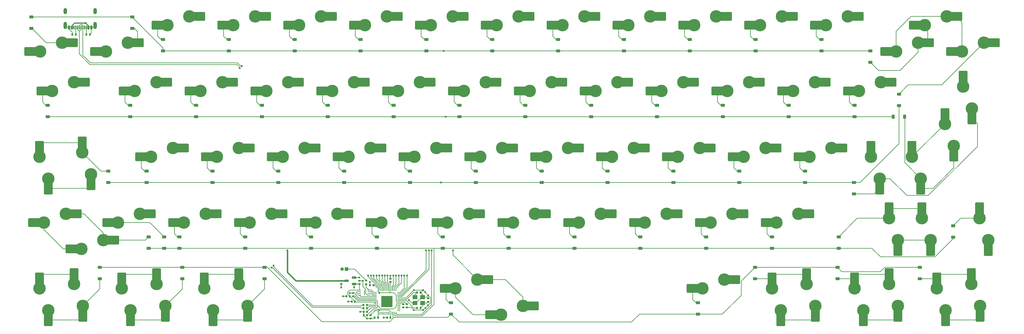
<source format=gbr>
%TF.GenerationSoftware,KiCad,Pcbnew,8.0.6*%
%TF.CreationDate,2024-12-05T21:57:44+08:00*%
%TF.ProjectId,PH60_Rev2,50483630-5f52-4657-9632-2e6b69636164,rev?*%
%TF.SameCoordinates,Original*%
%TF.FileFunction,Copper,L2,Bot*%
%TF.FilePolarity,Positive*%
%FSLAX46Y46*%
G04 Gerber Fmt 4.6, Leading zero omitted, Abs format (unit mm)*
G04 Created by KiCad (PCBNEW 8.0.6) date 2024-12-05 21:57:44*
%MOMM*%
%LPD*%
G01*
G04 APERTURE LIST*
G04 Aperture macros list*
%AMRoundRect*
0 Rectangle with rounded corners*
0 $1 Rounding radius*
0 $2 $3 $4 $5 $6 $7 $8 $9 X,Y pos of 4 corners*
0 Add a 4 corners polygon primitive as box body*
4,1,4,$2,$3,$4,$5,$6,$7,$8,$9,$2,$3,0*
0 Add four circle primitives for the rounded corners*
1,1,$1+$1,$2,$3*
1,1,$1+$1,$4,$5*
1,1,$1+$1,$6,$7*
1,1,$1+$1,$8,$9*
0 Add four rect primitives between the rounded corners*
20,1,$1+$1,$2,$3,$4,$5,0*
20,1,$1+$1,$4,$5,$6,$7,0*
20,1,$1+$1,$6,$7,$8,$9,0*
20,1,$1+$1,$8,$9,$2,$3,0*%
G04 Aperture macros list end*
%TA.AperFunction,SMDPad,CuDef*%
%ADD10RoundRect,0.250000X-1.525000X-1.000000X1.525000X-1.000000X1.525000X1.000000X-1.525000X1.000000X0*%
%TD*%
%TA.AperFunction,ComponentPad*%
%ADD11C,3.600000*%
%TD*%
%TA.AperFunction,SMDPad,CuDef*%
%ADD12RoundRect,0.250000X-1.000000X1.525000X-1.000000X-1.525000X1.000000X-1.525000X1.000000X1.525000X0*%
%TD*%
%TA.AperFunction,SMDPad,CuDef*%
%ADD13RoundRect,0.250000X1.000000X-1.525000X1.000000X1.525000X-1.000000X1.525000X-1.000000X-1.525000X0*%
%TD*%
%TA.AperFunction,SMDPad,CuDef*%
%ADD14RoundRect,0.250000X1.525000X1.000000X-1.525000X1.000000X-1.525000X-1.000000X1.525000X-1.000000X0*%
%TD*%
%TA.AperFunction,SMDPad,CuDef*%
%ADD15RoundRect,0.225000X-0.375000X0.225000X-0.375000X-0.225000X0.375000X-0.225000X0.375000X0.225000X0*%
%TD*%
%TA.AperFunction,SMDPad,CuDef*%
%ADD16RoundRect,0.225000X0.375000X-0.225000X0.375000X0.225000X-0.375000X0.225000X-0.375000X-0.225000X0*%
%TD*%
%TA.AperFunction,SMDPad,CuDef*%
%ADD17RoundRect,0.135000X-0.185000X0.135000X-0.185000X-0.135000X0.185000X-0.135000X0.185000X0.135000X0*%
%TD*%
%TA.AperFunction,SMDPad,CuDef*%
%ADD18RoundRect,0.140000X0.140000X0.170000X-0.140000X0.170000X-0.140000X-0.170000X0.140000X-0.170000X0*%
%TD*%
%TA.AperFunction,SMDPad,CuDef*%
%ADD19RoundRect,0.135000X-0.135000X-0.185000X0.135000X-0.185000X0.135000X0.185000X-0.135000X0.185000X0*%
%TD*%
%TA.AperFunction,SMDPad,CuDef*%
%ADD20RoundRect,0.135000X0.135000X0.185000X-0.135000X0.185000X-0.135000X-0.185000X0.135000X-0.185000X0*%
%TD*%
%TA.AperFunction,SMDPad,CuDef*%
%ADD21RoundRect,0.140000X-0.170000X0.140000X-0.170000X-0.140000X0.170000X-0.140000X0.170000X0.140000X0*%
%TD*%
%TA.AperFunction,SMDPad,CuDef*%
%ADD22RoundRect,0.140000X0.170000X-0.140000X0.170000X0.140000X-0.170000X0.140000X-0.170000X-0.140000X0*%
%TD*%
%TA.AperFunction,SMDPad,CuDef*%
%ADD23R,1.400000X1.200000*%
%TD*%
%TA.AperFunction,SMDPad,CuDef*%
%ADD24RoundRect,0.062500X0.387500X0.062500X-0.387500X0.062500X-0.387500X-0.062500X0.387500X-0.062500X0*%
%TD*%
%TA.AperFunction,HeatsinkPad*%
%ADD25R,0.200000X1.600000*%
%TD*%
%TA.AperFunction,SMDPad,CuDef*%
%ADD26RoundRect,0.140000X-0.140000X-0.170000X0.140000X-0.170000X0.140000X0.170000X-0.140000X0.170000X0*%
%TD*%
%TA.AperFunction,SMDPad,CuDef*%
%ADD27RoundRect,0.225000X-0.225000X-0.375000X0.225000X-0.375000X0.225000X0.375000X-0.225000X0.375000X0*%
%TD*%
%TA.AperFunction,SMDPad,CuDef*%
%ADD28RoundRect,0.050000X-0.050000X0.387500X-0.050000X-0.387500X0.050000X-0.387500X0.050000X0.387500X0*%
%TD*%
%TA.AperFunction,SMDPad,CuDef*%
%ADD29RoundRect,0.050000X-0.387500X0.050000X-0.387500X-0.050000X0.387500X-0.050000X0.387500X0.050000X0*%
%TD*%
%TA.AperFunction,HeatsinkPad*%
%ADD30C,0.500000*%
%TD*%
%TA.AperFunction,HeatsinkPad*%
%ADD31R,3.200000X3.200000*%
%TD*%
%TA.AperFunction,ComponentPad*%
%ADD32R,1.000000X1.000000*%
%TD*%
%TA.AperFunction,ComponentPad*%
%ADD33O,1.000000X1.000000*%
%TD*%
%TA.AperFunction,SMDPad,CuDef*%
%ADD34RoundRect,0.150000X0.512500X0.150000X-0.512500X0.150000X-0.512500X-0.150000X0.512500X-0.150000X0*%
%TD*%
%TA.AperFunction,SMDPad,CuDef*%
%ADD35RoundRect,0.150000X-0.150000X-0.425000X0.150000X-0.425000X0.150000X0.425000X-0.150000X0.425000X0*%
%TD*%
%TA.AperFunction,SMDPad,CuDef*%
%ADD36RoundRect,0.075000X-0.075000X-0.500000X0.075000X-0.500000X0.075000X0.500000X-0.075000X0.500000X0*%
%TD*%
%TA.AperFunction,ComponentPad*%
%ADD37O,1.000000X1.800000*%
%TD*%
%TA.AperFunction,ComponentPad*%
%ADD38O,1.000000X2.100000*%
%TD*%
%TA.AperFunction,ViaPad*%
%ADD39C,0.600000*%
%TD*%
%TA.AperFunction,Conductor*%
%ADD40C,0.200000*%
%TD*%
%TA.AperFunction,Conductor*%
%ADD41C,0.400000*%
%TD*%
%TA.AperFunction,Conductor*%
%ADD42C,0.300000*%
%TD*%
G04 APERTURE END LIST*
D10*
%TO.P,S20,1,1*%
%TO.N,Net-(D20-A)*%
X136290000Y-54610000D03*
D11*
X139065000Y-54610000D03*
%TO.P,S20,2,2*%
%TO.N,col_5*%
X145415000Y-52070000D03*
D10*
X148195000Y-52070000D03*
%TD*%
%TO.P,S19,1,1*%
%TO.N,Net-(D19-A)*%
X117240000Y-54610000D03*
D11*
X120015000Y-54610000D03*
%TO.P,S19,2,2*%
%TO.N,col_4*%
X126365000Y-52070000D03*
D10*
X129145000Y-52070000D03*
%TD*%
%TO.P,S47,1,1*%
%TO.N,Net-(D47-A)*%
X112477500Y-92710000D03*
D11*
X115252500Y-92710000D03*
%TO.P,S47,2,2*%
%TO.N,col_4*%
X121602500Y-90170000D03*
D10*
X124382500Y-90170000D03*
%TD*%
%TO.P,S4,1,1*%
%TO.N,Net-(D4-A)*%
X88665000Y-35560000D03*
D11*
X91440000Y-35560000D03*
%TO.P,S4,2,2*%
%TO.N,col_3*%
X97790000Y-33020000D03*
D10*
X100570000Y-33020000D03*
%TD*%
%TO.P,S7,1,1*%
%TO.N,Net-(D7-A)*%
X145815000Y-35560000D03*
D11*
X148590000Y-35560000D03*
%TO.P,S7,2,2*%
%TO.N,col_6*%
X154940000Y-33020000D03*
D10*
X157720000Y-33020000D03*
%TD*%
D12*
%TO.P,S57-2,1,1*%
%TO.N,col_0*%
X45402500Y-107715000D03*
D11*
X45402500Y-110490000D03*
%TO.P,S57-2,2,2*%
%TO.N,Net-(D57-A)*%
X47942500Y-116840000D03*
D12*
X47942500Y-119620000D03*
%TD*%
D10*
%TO.P,S12,1,1*%
%TO.N,Net-(D12-A)*%
X241065000Y-35560000D03*
D11*
X243840000Y-35560000D03*
%TO.P,S12,2,2*%
%TO.N,col_11*%
X250190000Y-33020000D03*
D10*
X252970000Y-33020000D03*
%TD*%
D12*
%TO.P,S62,1,1*%
%TO.N,Net-(D62-A)*%
X257333750Y-107715000D03*
D11*
X257333750Y-110490000D03*
%TO.P,S62,2,2*%
%TO.N,col_11*%
X259873750Y-116840000D03*
D12*
X259873750Y-119620000D03*
%TD*%
D10*
%TO.P,S3,1,1*%
%TO.N,Net-(D3-A)*%
X69615000Y-35560000D03*
D11*
X72390000Y-35560000D03*
%TO.P,S3,2,2*%
%TO.N,col_2*%
X78740000Y-33020000D03*
D10*
X81520000Y-33020000D03*
%TD*%
%TO.P,S15,1,1*%
%TO.N,Net-(D15-A)*%
X36277500Y-54610000D03*
D11*
X39052500Y-54610000D03*
%TO.P,S15,2,2*%
%TO.N,col_0*%
X45402500Y-52070000D03*
D10*
X48182500Y-52070000D03*
%TD*%
D13*
%TO.P,S62-2,1,1*%
%TO.N,col_11*%
X249872500Y-120885000D03*
D11*
X249872500Y-118110000D03*
%TO.P,S62-2,2,2*%
%TO.N,Net-(D62-A)*%
X247332500Y-111760000D03*
D13*
X247332500Y-108980000D03*
%TD*%
D10*
%TO.P,S25,1,1*%
%TO.N,Net-(D25-A)*%
X231540000Y-54610000D03*
D11*
X234315000Y-54610000D03*
%TO.P,S25,2,2*%
%TO.N,col_10*%
X240665000Y-52070000D03*
D10*
X243445000Y-52070000D03*
%TD*%
D14*
%TO.P,S1,1,1*%
%TO.N,Net-(D1-A)*%
X44685000Y-40640000D03*
D11*
X41910000Y-40640000D03*
%TO.P,S1,2,2*%
%TO.N,col_0*%
X35560000Y-43180000D03*
D14*
X32780000Y-43180000D03*
%TD*%
D10*
%TO.P,S9,1,1*%
%TO.N,Net-(D9-A)*%
X183915000Y-35560000D03*
D11*
X186690000Y-35560000D03*
%TO.P,S9,2,2*%
%TO.N,col_8*%
X193040000Y-33020000D03*
D10*
X195820000Y-33020000D03*
%TD*%
%TO.P,S44,1,1*%
%TO.N,Net-(D44-A)*%
X55327500Y-92710000D03*
D11*
X58102500Y-92710000D03*
%TO.P,S44,2,2*%
%TO.N,col_1*%
X64452500Y-90170000D03*
D10*
X67232500Y-90170000D03*
%TD*%
%TO.P,S23,1,1*%
%TO.N,Net-(D23-A)*%
X193440000Y-54610000D03*
D11*
X196215000Y-54610000D03*
%TO.P,S23,2,2*%
%TO.N,col_8*%
X202565000Y-52070000D03*
D10*
X205345000Y-52070000D03*
%TD*%
D13*
%TO.P,S64-2,1,1*%
%TO.N,col_13*%
X297497500Y-120885000D03*
D11*
X297497500Y-118110000D03*
%TO.P,S64-2,2,2*%
%TO.N,Net-(D64-A)*%
X294957500Y-111760000D03*
D13*
X294957500Y-108980000D03*
%TD*%
%TO.P,S57,1,1*%
%TO.N,Net-(D57-A)*%
X37941250Y-120885000D03*
D11*
X37941250Y-118110000D03*
%TO.P,S57,2,2*%
%TO.N,col_0*%
X35401250Y-111760000D03*
D13*
X35401250Y-108980000D03*
%TD*%
D10*
%TO.P,S14,1,1*%
%TO.N,Net-(D14-A)*%
X288690000Y-35560000D03*
D11*
X291465000Y-35560000D03*
%TO.P,S14,2,2*%
%TO.N,col_13*%
X297815000Y-33020000D03*
D10*
X300595000Y-33020000D03*
%TD*%
%TO.P,S61,1,1*%
%TO.N,Net-(D61-A)*%
X224396250Y-111760000D03*
D11*
X227171250Y-111760000D03*
%TO.P,S61,2,2*%
%TO.N,col_10*%
X233521250Y-109220000D03*
D10*
X236301250Y-109220000D03*
%TD*%
%TO.P,S16,1,1*%
%TO.N,Net-(D16-A)*%
X60090000Y-54610000D03*
D11*
X62865000Y-54610000D03*
%TO.P,S16,2,2*%
%TO.N,col_1*%
X69215000Y-52070000D03*
D10*
X71995000Y-52070000D03*
%TD*%
%TO.P,S24,1,1*%
%TO.N,Net-(D24-A)*%
X212490000Y-54610000D03*
D11*
X215265000Y-54610000D03*
%TO.P,S24,2,2*%
%TO.N,col_9*%
X221615000Y-52070000D03*
D10*
X224395000Y-52070000D03*
%TD*%
%TO.P,S31,1,1*%
%TO.N,Net-(D31-A)*%
X83902500Y-73660000D03*
D11*
X86677500Y-73660000D03*
%TO.P,S31,2,2*%
%TO.N,col_2*%
X93027500Y-71120000D03*
D10*
X95807500Y-71120000D03*
%TD*%
%TO.P,S33,1,1*%
%TO.N,Net-(D33-A)*%
X122002500Y-73660000D03*
D11*
X124777500Y-73660000D03*
%TO.P,S33,2,2*%
%TO.N,col_4*%
X131127500Y-71120000D03*
D10*
X133907500Y-71120000D03*
%TD*%
%TO.P,S34,1,1*%
%TO.N,Net-(D34-A)*%
X141052500Y-73660000D03*
D11*
X143827500Y-73660000D03*
%TO.P,S34,2,2*%
%TO.N,col_5*%
X150177500Y-71120000D03*
D10*
X152957500Y-71120000D03*
%TD*%
%TO.P,S46,1,1*%
%TO.N,Net-(D46-A)*%
X93427500Y-92710000D03*
D11*
X96202500Y-92710000D03*
%TO.P,S46,2,2*%
%TO.N,col_3*%
X102552500Y-90170000D03*
D10*
X105332500Y-90170000D03*
%TD*%
%TO.P,S50,1,1*%
%TO.N,Net-(D50-A)*%
X169627500Y-92710000D03*
D11*
X172402500Y-92710000D03*
%TO.P,S50,2,2*%
%TO.N,col_7*%
X178752500Y-90170000D03*
D10*
X181532500Y-90170000D03*
%TD*%
%TO.P,S22,1,1*%
%TO.N,Net-(D22-A)*%
X174390000Y-54610000D03*
D11*
X177165000Y-54610000D03*
%TO.P,S22,2,2*%
%TO.N,col_7*%
X183515000Y-52070000D03*
D10*
X186295000Y-52070000D03*
%TD*%
D13*
%TO.P,S41,1,1*%
%TO.N,Net-(D41-A)*%
X278447500Y-82785000D03*
D11*
X278447500Y-80010000D03*
%TO.P,S41,2,2*%
%TO.N,col_12*%
X275907500Y-73660000D03*
D13*
X275907500Y-70880000D03*
%TD*%
%TO.P,S63-2,1,1*%
%TO.N,col_12*%
X273685000Y-120885000D03*
D11*
X273685000Y-118110000D03*
%TO.P,S63-2,2,2*%
%TO.N,Net-(D63-A)*%
X271145000Y-111760000D03*
D13*
X271145000Y-108980000D03*
%TD*%
D10*
%TO.P,S27,1,1*%
%TO.N,Net-(D27-A)*%
X269640000Y-54610000D03*
D11*
X272415000Y-54610000D03*
%TO.P,S27,2,2*%
%TO.N,col_12*%
X278765000Y-52070000D03*
D10*
X281545000Y-52070000D03*
%TD*%
D13*
%TO.P,S58,1,1*%
%TO.N,Net-(D58-A)*%
X61753750Y-120885000D03*
D11*
X61753750Y-118110000D03*
%TO.P,S58,2,2*%
%TO.N,col_1*%
X59213750Y-111760000D03*
D13*
X59213750Y-108980000D03*
%TD*%
D14*
%TO.P,S60-2,1,1*%
%TO.N,col_6*%
X178035000Y-116840000D03*
D11*
X175260000Y-116840000D03*
%TO.P,S60-2,2,2*%
%TO.N,Net-(D60-A)*%
X168910000Y-119380000D03*
D14*
X166130000Y-119380000D03*
%TD*%
D10*
%TO.P,S8,1,1*%
%TO.N,Net-(D8-A)*%
X164865000Y-35560000D03*
D11*
X167640000Y-35560000D03*
%TO.P,S8,2,2*%
%TO.N,col_7*%
X173990000Y-33020000D03*
D10*
X176770000Y-33020000D03*
%TD*%
D12*
%TO.P,S63,1,1*%
%TO.N,Net-(D63-A)*%
X281146250Y-107715000D03*
D11*
X281146250Y-110490000D03*
%TO.P,S63,2,2*%
%TO.N,col_12*%
X283686250Y-116840000D03*
D12*
X283686250Y-119620000D03*
%TD*%
D10*
%TO.P,S37,1,1*%
%TO.N,Net-(D37-A)*%
X198202500Y-73660000D03*
D11*
X200977500Y-73660000D03*
%TO.P,S37,2,2*%
%TO.N,col_8*%
X207327500Y-71120000D03*
D10*
X210107500Y-71120000D03*
%TD*%
D12*
%TO.P,S55,1,1*%
%TO.N,Net-(D55-A)*%
X281146250Y-88665000D03*
D11*
X281146250Y-91440000D03*
%TO.P,S55,2,2*%
%TO.N,col_12*%
X283686250Y-97790000D03*
D12*
X283686250Y-100570000D03*
%TD*%
D10*
%TO.P,S21,1,1*%
%TO.N,Net-(D21-A)*%
X155340000Y-54610000D03*
D11*
X158115000Y-54610000D03*
%TO.P,S21,2,2*%
%TO.N,col_6*%
X164465000Y-52070000D03*
D10*
X167245000Y-52070000D03*
%TD*%
%TO.P,S11,1,1*%
%TO.N,Net-(D11-A)*%
X222015000Y-35560000D03*
D11*
X224790000Y-35560000D03*
%TO.P,S11,2,2*%
%TO.N,col_10*%
X231140000Y-33020000D03*
D10*
X233920000Y-33020000D03*
%TD*%
%TO.P,S52,1,1*%
%TO.N,Net-(D52-A)*%
X207727500Y-92710000D03*
D11*
X210502500Y-92710000D03*
%TO.P,S52,2,2*%
%TO.N,col_9*%
X216852500Y-90170000D03*
D10*
X219632500Y-90170000D03*
%TD*%
%TO.P,S30,1,1*%
%TO.N,Net-(D30-A)*%
X64852500Y-73660000D03*
D11*
X67627500Y-73660000D03*
%TO.P,S30,2,2*%
%TO.N,col_1*%
X73977500Y-71120000D03*
D10*
X76757500Y-71120000D03*
%TD*%
%TO.P,S38,1,1*%
%TO.N,Net-(D38-A)*%
X217252500Y-73660000D03*
D11*
X220027500Y-73660000D03*
%TO.P,S38,2,2*%
%TO.N,col_9*%
X226377500Y-71120000D03*
D10*
X229157500Y-71120000D03*
%TD*%
%TO.P,S35,1,1*%
%TO.N,Net-(D35-A)*%
X160102500Y-73660000D03*
D11*
X162877500Y-73660000D03*
%TO.P,S35,2,2*%
%TO.N,col_6*%
X169227500Y-71120000D03*
D10*
X172007500Y-71120000D03*
%TD*%
%TO.P,S39,1,1*%
%TO.N,Net-(D39-A)*%
X236302500Y-73660000D03*
D11*
X239077500Y-73660000D03*
%TO.P,S39,2,2*%
%TO.N,col_10*%
X245427500Y-71120000D03*
D10*
X248207500Y-71120000D03*
%TD*%
%TO.P,S48,1,1*%
%TO.N,Net-(D48-A)*%
X131527500Y-92710000D03*
D11*
X134302500Y-92710000D03*
%TO.P,S48,2,2*%
%TO.N,col_5*%
X140652500Y-90170000D03*
D10*
X143432500Y-90170000D03*
%TD*%
%TO.P,S18,1,1*%
%TO.N,Net-(D18-A)*%
X98190000Y-54610000D03*
D11*
X100965000Y-54610000D03*
%TO.P,S18,2,2*%
%TO.N,col_3*%
X107315000Y-52070000D03*
D10*
X110095000Y-52070000D03*
%TD*%
D13*
%TO.P,S28-2,1,1*%
%TO.N,Net-(D28-A)*%
X290353750Y-82785000D03*
D11*
X290353750Y-80010000D03*
%TO.P,S28-2,2,2*%
%TO.N,col_13*%
X287813750Y-73660000D03*
D13*
X287813750Y-70880000D03*
%TD*%
D10*
%TO.P,S45,1,1*%
%TO.N,Net-(D45-A)*%
X74377500Y-92710000D03*
D11*
X77152500Y-92710000D03*
%TO.P,S45,2,2*%
%TO.N,col_2*%
X83502500Y-90170000D03*
D10*
X86282500Y-90170000D03*
%TD*%
%TO.P,S13,1,1*%
%TO.N,Net-(D13-A)*%
X260115000Y-35560000D03*
D11*
X262890000Y-35560000D03*
%TO.P,S13,2,2*%
%TO.N,col_12*%
X269240000Y-33020000D03*
D10*
X272020000Y-33020000D03*
%TD*%
%TO.P,S26,1,1*%
%TO.N,Net-(D26-A)*%
X250590000Y-54610000D03*
D11*
X253365000Y-54610000D03*
%TO.P,S26,2,2*%
%TO.N,col_11*%
X259715000Y-52070000D03*
D10*
X262495000Y-52070000D03*
%TD*%
%TO.P,S5,1,1*%
%TO.N,Net-(D5-A)*%
X107715000Y-35560000D03*
D11*
X110490000Y-35560000D03*
%TO.P,S5,2,2*%
%TO.N,col_4*%
X116840000Y-33020000D03*
D10*
X119620000Y-33020000D03*
%TD*%
%TO.P,S17,1,1*%
%TO.N,Net-(D17-A)*%
X79140000Y-54610000D03*
D11*
X81915000Y-54610000D03*
%TO.P,S17,2,2*%
%TO.N,col_2*%
X88265000Y-52070000D03*
D10*
X91045000Y-52070000D03*
%TD*%
%TO.P,S32,1,1*%
%TO.N,Net-(D32-A)*%
X102952500Y-73660000D03*
D11*
X105727500Y-73660000D03*
%TO.P,S32,2,2*%
%TO.N,col_3*%
X112077500Y-71120000D03*
D10*
X114857500Y-71120000D03*
%TD*%
D12*
%TO.P,S55-2,1,1*%
%TO.N,Net-(D55-A)*%
X290671250Y-88665000D03*
D11*
X290671250Y-91440000D03*
%TO.P,S55-2,2,2*%
%TO.N,col_12*%
X293211250Y-97790000D03*
D12*
X293211250Y-100570000D03*
%TD*%
D10*
%TO.P,S36,1,1*%
%TO.N,Net-(D36-A)*%
X179152500Y-73660000D03*
D11*
X181927500Y-73660000D03*
%TO.P,S36,2,2*%
%TO.N,col_7*%
X188277500Y-71120000D03*
D10*
X191057500Y-71120000D03*
%TD*%
%TO.P,S49,1,1*%
%TO.N,Net-(D49-A)*%
X150577500Y-92710000D03*
D11*
X153352500Y-92710000D03*
%TO.P,S49,2,2*%
%TO.N,col_6*%
X159702500Y-90170000D03*
D10*
X162482500Y-90170000D03*
%TD*%
%TO.P,S60,1,1*%
%TO.N,Net-(D60-A)*%
X152958750Y-111760000D03*
D11*
X155733750Y-111760000D03*
%TO.P,S60,2,2*%
%TO.N,col_6*%
X162083750Y-109220000D03*
D10*
X164863750Y-109220000D03*
%TD*%
%TO.P,S53,1,1*%
%TO.N,Net-(D53-A)*%
X226777500Y-92710000D03*
D11*
X229552500Y-92710000D03*
%TO.P,S53,2,2*%
%TO.N,col_10*%
X235902500Y-90170000D03*
D10*
X238682500Y-90170000D03*
%TD*%
%TO.P,S10,1,1*%
%TO.N,Net-(D10-A)*%
X202965000Y-35560000D03*
D11*
X205740000Y-35560000D03*
%TO.P,S10,2,2*%
%TO.N,col_9*%
X212090000Y-33020000D03*
D10*
X214870000Y-33020000D03*
%TD*%
D12*
%TO.P,S56,1,1*%
%TO.N,Net-(D56-A)*%
X307340000Y-88665000D03*
D11*
X307340000Y-91440000D03*
%TO.P,S56,2,2*%
%TO.N,col_13*%
X309880000Y-97790000D03*
D12*
X309880000Y-100570000D03*
%TD*%
D13*
%TO.P,S59,1,1*%
%TO.N,Net-(D59-A)*%
X85566250Y-120885000D03*
D11*
X85566250Y-118110000D03*
%TO.P,S59,2,2*%
%TO.N,col_2*%
X83026250Y-111760000D03*
D13*
X83026250Y-108980000D03*
%TD*%
D14*
%TO.P,S42,1,1*%
%TO.N,Net-(D42-A)*%
X311385000Y-40640000D03*
D11*
X308610000Y-40640000D03*
%TO.P,S42,2,2*%
%TO.N,col_13*%
X302260000Y-43180000D03*
D14*
X299480000Y-43180000D03*
%TD*%
%TO.P,S14-2,1,1*%
%TO.N,Net-(D14-A)*%
X292335000Y-40640000D03*
D11*
X289560000Y-40640000D03*
%TO.P,S14-2,2,2*%
%TO.N,col_13*%
X283210000Y-43180000D03*
D14*
X280430000Y-43180000D03*
%TD*%
D10*
%TO.P,S54,1,1*%
%TO.N,Net-(D54-A)*%
X245827500Y-92710000D03*
D11*
X248602500Y-92710000D03*
%TO.P,S54,2,2*%
%TO.N,col_11*%
X254952500Y-90170000D03*
D10*
X257732500Y-90170000D03*
%TD*%
%TO.P,S43,1,1*%
%TO.N,col_0*%
X33896250Y-92710000D03*
D11*
X36671250Y-92710000D03*
%TO.P,S43,2,2*%
%TO.N,Net-(D43-A)*%
X43021250Y-90170000D03*
D10*
X45801250Y-90170000D03*
%TD*%
%TO.P,S51,1,1*%
%TO.N,Net-(D51-A)*%
X188677500Y-92710000D03*
D11*
X191452500Y-92710000D03*
%TO.P,S51,2,2*%
%TO.N,col_8*%
X197802500Y-90170000D03*
D10*
X200582500Y-90170000D03*
%TD*%
D12*
%TO.P,S58-2,1,1*%
%TO.N,col_1*%
X69215000Y-107715000D03*
D11*
X69215000Y-110490000D03*
%TO.P,S58-2,2,2*%
%TO.N,Net-(D58-A)*%
X71755000Y-116840000D03*
D12*
X71755000Y-119620000D03*
%TD*%
%TO.P,S41-2,1,1*%
%TO.N,col_12*%
X302577500Y-50565000D03*
D11*
X302577500Y-53340000D03*
%TO.P,S41-2,2,2*%
%TO.N,Net-(D41-A)*%
X305117500Y-59690000D03*
D12*
X305117500Y-62470000D03*
%TD*%
D13*
%TO.P,S28,1,1*%
%TO.N,Net-(D28-A)*%
X299878750Y-73260000D03*
D11*
X299878750Y-70485000D03*
%TO.P,S28,2,2*%
%TO.N,col_13*%
X297338750Y-64135000D03*
D13*
X297338750Y-61355000D03*
%TD*%
%TO.P,S29-2,1,1*%
%TO.N,col_0*%
X37941250Y-82785000D03*
D11*
X37941250Y-80010000D03*
%TO.P,S29-2,2,2*%
%TO.N,Net-(D29-A)*%
X35401250Y-73660000D03*
D13*
X35401250Y-70880000D03*
%TD*%
D12*
%TO.P,S29,1,1*%
%TO.N,Net-(D29-A)*%
X47783750Y-69615000D03*
D11*
X47783750Y-72390000D03*
%TO.P,S29,2,2*%
%TO.N,col_0*%
X50323750Y-78740000D03*
D12*
X50323750Y-81520000D03*
%TD*%
D10*
%TO.P,S6,1,1*%
%TO.N,Net-(D6-A)*%
X126765000Y-35560000D03*
D11*
X129540000Y-35560000D03*
%TO.P,S6,2,2*%
%TO.N,col_5*%
X135890000Y-33020000D03*
D10*
X138670000Y-33020000D03*
%TD*%
D12*
%TO.P,S59-2,1,1*%
%TO.N,col_2*%
X93027500Y-107715000D03*
D11*
X93027500Y-110490000D03*
%TO.P,S59-2,2,2*%
%TO.N,Net-(D59-A)*%
X95567500Y-116840000D03*
D12*
X95567500Y-119620000D03*
%TD*%
D14*
%TO.P,S43-2,1,1*%
%TO.N,Net-(D43-A)*%
X56591250Y-97790000D03*
D11*
X53816250Y-97790000D03*
%TO.P,S43-2,2,2*%
%TO.N,col_0*%
X47466250Y-100330000D03*
D14*
X44686250Y-100330000D03*
%TD*%
%TO.P,S2,1,1*%
%TO.N,Net-(D2-A)*%
X63735000Y-40640000D03*
D11*
X60960000Y-40640000D03*
%TO.P,S2,2,2*%
%TO.N,col_1*%
X54610000Y-43180000D03*
D14*
X51830000Y-43180000D03*
%TD*%
D12*
%TO.P,S64,1,1*%
%TO.N,Net-(D64-A)*%
X304958750Y-107715000D03*
D11*
X304958750Y-110490000D03*
%TO.P,S64,2,2*%
%TO.N,col_13*%
X307498750Y-116840000D03*
D12*
X307498750Y-119620000D03*
%TD*%
D10*
%TO.P,S40,1,1*%
%TO.N,Net-(D40-A)*%
X255352500Y-73660000D03*
D11*
X258127500Y-73660000D03*
%TO.P,S40,2,2*%
%TO.N,col_11*%
X264477500Y-71120000D03*
D10*
X267257500Y-71120000D03*
%TD*%
D15*
%TO.P,D1,1,K*%
%TO.N,row_0*%
X33020000Y-33220000D03*
%TO.P,D1,2,A*%
%TO.N,Net-(D1-A)*%
X33020000Y-36520000D03*
%TD*%
D16*
%TO.P,D46,1,K*%
%TO.N,row_3*%
X94932500Y-100130000D03*
%TO.P,D46,2,A*%
%TO.N,Net-(D46-A)*%
X94932500Y-96830000D03*
%TD*%
%TO.P,D32,1,K*%
%TO.N,row_2*%
X104457500Y-81080000D03*
%TO.P,D32,2,A*%
%TO.N,Net-(D32-A)*%
X104457500Y-77780000D03*
%TD*%
%TO.P,D34,1,K*%
%TO.N,row_2*%
X142557500Y-81080000D03*
%TO.P,D34,2,A*%
%TO.N,Net-(D34-A)*%
X142557500Y-77780000D03*
%TD*%
D15*
%TO.P,D41,1,K*%
%TO.N,row_2*%
X270987500Y-81080000D03*
%TO.P,D41,2,A*%
%TO.N,Net-(D41-A)*%
X270987500Y-84380000D03*
%TD*%
D16*
%TO.P,D56,1,K*%
%TO.N,row_3*%
X299720000Y-96900000D03*
%TO.P,D56,2,A*%
%TO.N,Net-(D56-A)*%
X299720000Y-93600000D03*
%TD*%
%TO.P,D50,1,K*%
%TO.N,row_3*%
X171132500Y-100130000D03*
%TO.P,D50,2,A*%
%TO.N,Net-(D50-A)*%
X171132500Y-96830000D03*
%TD*%
%TO.P,D51,1,K*%
%TO.N,row_3*%
X190182500Y-100130000D03*
%TO.P,D51,2,A*%
%TO.N,Net-(D51-A)*%
X190182500Y-96830000D03*
%TD*%
%TO.P,D5,1,K*%
%TO.N,row_0*%
X109220000Y-42980000D03*
%TO.P,D5,2,A*%
%TO.N,Net-(D5-A)*%
X109220000Y-39680000D03*
%TD*%
D17*
%TO.P,R1,1*%
%TO.N,/~{USB_BOOT}*%
X129900000Y-109510000D03*
%TO.P,R1,2*%
%TO.N,/QSPI_SS*%
X129900000Y-110530000D03*
%TD*%
D16*
%TO.P,D38,1,K*%
%TO.N,row_2*%
X218757500Y-81080000D03*
%TO.P,D38,2,A*%
%TO.N,Net-(D38-A)*%
X218757500Y-77780000D03*
%TD*%
%TO.P,D52,1,K*%
%TO.N,row_3*%
X209232500Y-100130000D03*
%TO.P,D52,2,A*%
%TO.N,Net-(D52-A)*%
X209232500Y-96830000D03*
%TD*%
%TO.P,D60,1,K*%
%TO.N,row_4*%
X154463750Y-119180000D03*
%TO.P,D60,2,A*%
%TO.N,Net-(D60-A)*%
X154463750Y-115880000D03*
%TD*%
%TO.P,D48,1,K*%
%TO.N,row_3*%
X133032500Y-100130000D03*
%TO.P,D48,2,A*%
%TO.N,Net-(D48-A)*%
X133032500Y-96830000D03*
%TD*%
%TO.P,D20,1,K*%
%TO.N,row_1*%
X137795000Y-62030000D03*
%TO.P,D20,2,A*%
%TO.N,Net-(D20-A)*%
X137795000Y-58730000D03*
%TD*%
D18*
%TO.P,C8,1*%
%TO.N,+1V1*%
X130130000Y-118550000D03*
%TO.P,C8,2*%
%TO.N,GND*%
X129170000Y-118550000D03*
%TD*%
D19*
%TO.P,R4,1*%
%TO.N,/USB_D-*%
X129140000Y-117550000D03*
%TO.P,R4,2*%
%TO.N,Net-(U3-USB_DM)*%
X130160000Y-117550000D03*
%TD*%
D16*
%TO.P,D42,1,K*%
%TO.N,row_2*%
X284037500Y-58800000D03*
%TO.P,D42,2,A*%
%TO.N,Net-(D42-A)*%
X284037500Y-55500000D03*
%TD*%
%TO.P,D55,1,K*%
%TO.N,row_3*%
X266575000Y-100130000D03*
%TO.P,D55,2,A*%
%TO.N,Net-(D55-A)*%
X266575000Y-96830000D03*
%TD*%
%TO.P,D49,1,K*%
%TO.N,row_3*%
X152082500Y-100130000D03*
%TO.P,D49,2,A*%
%TO.N,Net-(D49-A)*%
X152082500Y-96830000D03*
%TD*%
D15*
%TO.P,D64,1,K*%
%TO.N,row_4*%
X290037500Y-105640000D03*
%TO.P,D64,2,A*%
%TO.N,Net-(D64-A)*%
X290037500Y-108940000D03*
%TD*%
D16*
%TO.P,D27,1,K*%
%TO.N,row_1*%
X271145000Y-62030000D03*
%TO.P,D27,2,A*%
%TO.N,Net-(D27-A)*%
X271145000Y-58730000D03*
%TD*%
D18*
%TO.P,C10,1*%
%TO.N,+3V3*%
X130130000Y-119550000D03*
%TO.P,C10,2*%
%TO.N,GND*%
X129170000Y-119550000D03*
%TD*%
D16*
%TO.P,D3,1,K*%
%TO.N,row_0*%
X71120000Y-42980000D03*
%TO.P,D3,2,A*%
%TO.N,Net-(D3-A)*%
X71120000Y-39680000D03*
%TD*%
D20*
%TO.P,R6,1*%
%TO.N,Net-(J1-CC1)*%
X45900000Y-38250000D03*
%TO.P,R6,2*%
%TO.N,GND*%
X44880000Y-38250000D03*
%TD*%
D16*
%TO.P,D4,1,K*%
%TO.N,row_0*%
X90170000Y-42980000D03*
%TO.P,D4,2,A*%
%TO.N,Net-(D4-A)*%
X90170000Y-39680000D03*
%TD*%
%TO.P,D33,1,K*%
%TO.N,row_2*%
X123507500Y-81080000D03*
%TO.P,D33,2,A*%
%TO.N,Net-(D33-A)*%
X123507500Y-77780000D03*
%TD*%
D21*
%TO.P,C9,1*%
%TO.N,+3V3*%
X131130000Y-119550000D03*
%TO.P,C9,2*%
%TO.N,GND*%
X131130000Y-120510000D03*
%TD*%
D22*
%TO.P,C7,1*%
%TO.N,+1V1*%
X126125000Y-114045758D03*
%TO.P,C7,2*%
%TO.N,GND*%
X126125000Y-113085758D03*
%TD*%
D16*
%TO.P,D17,1,K*%
%TO.N,row_1*%
X80645000Y-62030000D03*
%TO.P,D17,2,A*%
%TO.N,Net-(D17-A)*%
X80645000Y-58730000D03*
%TD*%
D23*
%TO.P,Y1,1,1*%
%TO.N,Net-(C3-Pad1)*%
X146200000Y-116000000D03*
%TO.P,Y1,2,2*%
%TO.N,GND*%
X144000000Y-116000000D03*
%TO.P,Y1,3,3*%
%TO.N,/XIN*%
X144000000Y-114300000D03*
%TO.P,Y1,4,4*%
%TO.N,GND*%
X146200000Y-114300000D03*
%TD*%
D24*
%TO.P,U2,1,~{CS}*%
%TO.N,/QSPI_SS*%
X130750000Y-112225000D03*
%TO.P,U2,2,DO(IO1)*%
%TO.N,/QSPI_SD1*%
X130750000Y-112725000D03*
%TO.P,U2,3,IO2*%
%TO.N,/QSPI_SD2*%
X130750000Y-113225000D03*
%TO.P,U2,4,GND*%
%TO.N,GND*%
X130750000Y-113725000D03*
%TO.P,U2,5,DI(IO0)*%
%TO.N,/QSPI_SD0*%
X127900000Y-113725000D03*
%TO.P,U2,6,CLK*%
%TO.N,/QSPI_SCLK*%
X127900000Y-113225000D03*
%TO.P,U2,7,IO3*%
%TO.N,/QSPI_SD3*%
X127900000Y-112725000D03*
%TO.P,U2,8,VCC*%
%TO.N,+3V3*%
X127900000Y-112225000D03*
D25*
%TO.P,U2,9*%
%TO.N,N/C*%
X129325000Y-112975000D03*
%TD*%
D26*
%TO.P,C2,1*%
%TO.N,/XIN*%
X144620000Y-112900000D03*
%TO.P,C2,2*%
%TO.N,GND*%
X145580000Y-112900000D03*
%TD*%
D27*
%TO.P,D28,1,K*%
%TO.N,row_1*%
X282387500Y-62030000D03*
%TO.P,D28,2,A*%
%TO.N,Net-(D28-A)*%
X285687500Y-62030000D03*
%TD*%
D15*
%TO.P,D63,1,K*%
%TO.N,row_4*%
X266225000Y-105640000D03*
%TO.P,D63,2,A*%
%TO.N,Net-(D63-A)*%
X266225000Y-108940000D03*
%TD*%
D16*
%TO.P,D31,1,K*%
%TO.N,row_2*%
X85407500Y-81080000D03*
%TO.P,D31,2,A*%
%TO.N,Net-(D31-A)*%
X85407500Y-77780000D03*
%TD*%
D28*
%TO.P,U3,1,IOVDD*%
%TO.N,+3V3*%
X133300000Y-112112500D03*
%TO.P,U3,2,GPIO0*%
%TO.N,col_0*%
X133700000Y-112112500D03*
%TO.P,U3,3,GPIO1*%
%TO.N,col_1*%
X134100000Y-112112500D03*
%TO.P,U3,4,GPIO2*%
%TO.N,col_2*%
X134500000Y-112112500D03*
%TO.P,U3,5,GPIO3*%
%TO.N,col_3*%
X134900000Y-112112500D03*
%TO.P,U3,6,GPIO4*%
%TO.N,col_4*%
X135300000Y-112112500D03*
%TO.P,U3,7,GPIO5*%
%TO.N,col_5*%
X135700000Y-112112500D03*
%TO.P,U3,8,GPIO6*%
%TO.N,col_6*%
X136100000Y-112112500D03*
%TO.P,U3,9,GPIO7*%
%TO.N,col_7*%
X136500000Y-112112500D03*
%TO.P,U3,10,IOVDD*%
%TO.N,+3V3*%
X136900000Y-112112500D03*
%TO.P,U3,11,GPIO8*%
%TO.N,col_8*%
X137300000Y-112112500D03*
%TO.P,U3,12,GPIO9*%
%TO.N,col_9*%
X137700000Y-112112500D03*
%TO.P,U3,13,GPIO10*%
%TO.N,col_10*%
X138100000Y-112112500D03*
%TO.P,U3,14,GPIO11*%
%TO.N,col_11*%
X138500000Y-112112500D03*
D29*
%TO.P,U3,15,GPIO12*%
%TO.N,col_12*%
X139337500Y-112950000D03*
%TO.P,U3,16,GPIO13*%
%TO.N,col_13*%
X139337500Y-113350000D03*
%TO.P,U3,17,GPIO14*%
%TO.N,row_0*%
X139337500Y-113750000D03*
%TO.P,U3,18,GPIO15*%
%TO.N,row_1*%
X139337500Y-114150000D03*
%TO.P,U3,19,TESTEN*%
%TO.N,GND*%
X139337500Y-114550000D03*
%TO.P,U3,20,XIN*%
%TO.N,/XIN*%
X139337500Y-114950000D03*
%TO.P,U3,21,XOUT*%
%TO.N,/XOUT*%
X139337500Y-115350000D03*
%TO.P,U3,22,IOVDD*%
%TO.N,+3V3*%
X139337500Y-115750000D03*
%TO.P,U3,23,DVDD*%
%TO.N,+1V1*%
X139337500Y-116150000D03*
%TO.P,U3,24,SWCLK*%
%TO.N,/SWCLK*%
X139337500Y-116550000D03*
%TO.P,U3,25,SWD*%
%TO.N,/SWD*%
X139337500Y-116950000D03*
%TO.P,U3,26,RUN*%
%TO.N,unconnected-(U3-RUN-Pad26)*%
X139337500Y-117350000D03*
%TO.P,U3,27,GPIO16*%
%TO.N,unconnected-(U3-GPIO16-Pad27)*%
X139337500Y-117750000D03*
%TO.P,U3,28,GPIO17*%
%TO.N,unconnected-(U3-GPIO17-Pad28)*%
X139337500Y-118150000D03*
D28*
%TO.P,U3,29,GPIO18*%
%TO.N,row_2*%
X138500000Y-118987500D03*
%TO.P,U3,30,GPIO19*%
%TO.N,row_3*%
X138100000Y-118987500D03*
%TO.P,U3,31,GPIO20*%
%TO.N,row_4*%
X137700000Y-118987500D03*
%TO.P,U3,32,GPIO21*%
%TO.N,unconnected-(U3-GPIO21-Pad32)*%
X137300000Y-118987500D03*
%TO.P,U3,33,IOVDD*%
%TO.N,+3V3*%
X136900000Y-118987500D03*
%TO.P,U3,34,GPIO22*%
%TO.N,unconnected-(U3-GPIO22-Pad34)*%
X136500000Y-118987500D03*
%TO.P,U3,35,GPIO23*%
%TO.N,unconnected-(U3-GPIO23-Pad35)*%
X136100000Y-118987500D03*
%TO.P,U3,36,GPIO24*%
%TO.N,unconnected-(U3-GPIO24-Pad36)*%
X135700000Y-118987500D03*
%TO.P,U3,37,GPIO25*%
%TO.N,unconnected-(U3-GPIO25-Pad37)*%
X135300000Y-118987500D03*
%TO.P,U3,38,GPIO26_ADC0*%
%TO.N,unconnected-(U3-GPIO26_ADC0-Pad38)*%
X134900000Y-118987500D03*
%TO.P,U3,39,GPIO27_ADC1*%
%TO.N,unconnected-(U3-GPIO27_ADC1-Pad39)*%
X134500000Y-118987500D03*
%TO.P,U3,40,GPIO28_ADC2*%
%TO.N,unconnected-(U3-GPIO28_ADC2-Pad40)*%
X134100000Y-118987500D03*
%TO.P,U3,41,GPIO29_ADC3*%
%TO.N,unconnected-(U3-GPIO29_ADC3-Pad41)*%
X133700000Y-118987500D03*
%TO.P,U3,42,IOVDD*%
%TO.N,+3V3*%
X133300000Y-118987500D03*
D29*
%TO.P,U3,43,ADC_AVDD*%
X132462500Y-118150000D03*
%TO.P,U3,44,VREG_IN*%
X132462500Y-117750000D03*
%TO.P,U3,45,VREG_VOUT*%
%TO.N,+1V1*%
X132462500Y-117350000D03*
%TO.P,U3,46,USB_DM*%
%TO.N,Net-(U3-USB_DM)*%
X132462500Y-116950000D03*
%TO.P,U3,47,USB_DP*%
%TO.N,Net-(U3-USB_DP)*%
X132462500Y-116550000D03*
%TO.P,U3,48,USB_VDD*%
%TO.N,+3V3*%
X132462500Y-116150000D03*
%TO.P,U3,49,IOVDD*%
X132462500Y-115750000D03*
%TO.P,U3,50,DVDD*%
%TO.N,+1V1*%
X132462500Y-115350000D03*
%TO.P,U3,51,QSPI_SD3*%
%TO.N,/QSPI_SD3*%
X132462500Y-114950000D03*
%TO.P,U3,52,QSPI_SCLK*%
%TO.N,/QSPI_SCLK*%
X132462500Y-114550000D03*
%TO.P,U3,53,QSPI_SD0*%
%TO.N,/QSPI_SD0*%
X132462500Y-114150000D03*
%TO.P,U3,54,QSPI_SD2*%
%TO.N,/QSPI_SD2*%
X132462500Y-113750000D03*
%TO.P,U3,55,QSPI_SD1*%
%TO.N,/QSPI_SD1*%
X132462500Y-113350000D03*
%TO.P,U3,56,QSPI_SS*%
%TO.N,/QSPI_SS*%
X132462500Y-112950000D03*
D30*
%TO.P,U3,57,GND*%
%TO.N,GND*%
X137250000Y-114200000D03*
X134550000Y-114200000D03*
D31*
X135900000Y-115550000D03*
D30*
X137250000Y-116900000D03*
X134550000Y-116900000D03*
%TD*%
D22*
%TO.P,C4,1*%
%TO.N,+3V3*%
X127900000Y-110500000D03*
%TO.P,C4,2*%
%TO.N,GND*%
X127900000Y-109540000D03*
%TD*%
D16*
%TO.P,D29,1,K*%
%TO.N,row_2*%
X55243750Y-81080000D03*
%TO.P,D29,2,A*%
%TO.N,Net-(D29-A)*%
X55243750Y-77780000D03*
%TD*%
%TO.P,D40,1,K*%
%TO.N,row_2*%
X256857500Y-81080000D03*
%TO.P,D40,2,A*%
%TO.N,Net-(D40-A)*%
X256857500Y-77780000D03*
%TD*%
%TO.P,D47,1,K*%
%TO.N,row_3*%
X113982500Y-100130000D03*
%TO.P,D47,2,A*%
%TO.N,Net-(D47-A)*%
X113982500Y-96830000D03*
%TD*%
%TO.P,D9,1,K*%
%TO.N,row_0*%
X185420000Y-42980000D03*
%TO.P,D9,2,A*%
%TO.N,Net-(D9-A)*%
X185420000Y-39680000D03*
%TD*%
D20*
%TO.P,R5,1*%
%TO.N,Net-(C3-Pad1)*%
X145610000Y-117400000D03*
%TO.P,R5,2*%
%TO.N,/XOUT*%
X144590000Y-117400000D03*
%TD*%
D16*
%TO.P,D45,1,K*%
%TO.N,row_3*%
X75882500Y-100130000D03*
%TO.P,D45,2,A*%
%TO.N,Net-(D45-A)*%
X75882500Y-96830000D03*
%TD*%
%TO.P,D54,1,K*%
%TO.N,row_3*%
X247332500Y-100130000D03*
%TO.P,D54,2,A*%
%TO.N,Net-(D54-A)*%
X247332500Y-96830000D03*
%TD*%
%TO.P,D7,1,K*%
%TO.N,row_0*%
X147320000Y-42980000D03*
%TO.P,D7,2,A*%
%TO.N,Net-(D7-A)*%
X147320000Y-39680000D03*
%TD*%
%TO.P,D53,1,K*%
%TO.N,row_3*%
X228282500Y-100130000D03*
%TO.P,D53,2,A*%
%TO.N,Net-(D53-A)*%
X228282500Y-96830000D03*
%TD*%
%TO.P,D24,1,K*%
%TO.N,row_1*%
X213995000Y-62030000D03*
%TO.P,D24,2,A*%
%TO.N,Net-(D24-A)*%
X213995000Y-58730000D03*
%TD*%
D18*
%TO.P,C12,1*%
%TO.N,+3V3*%
X136900000Y-120250000D03*
%TO.P,C12,2*%
%TO.N,GND*%
X135940000Y-120250000D03*
%TD*%
D16*
%TO.P,D39,1,K*%
%TO.N,row_2*%
X237807500Y-81080000D03*
%TO.P,D39,2,A*%
%TO.N,Net-(D39-A)*%
X237807500Y-77780000D03*
%TD*%
%TO.P,D21,1,K*%
%TO.N,row_1*%
X156845000Y-62030000D03*
%TO.P,D21,2,A*%
%TO.N,Net-(D21-A)*%
X156845000Y-58730000D03*
%TD*%
D22*
%TO.P,C3,1*%
%TO.N,Net-(C3-Pad1)*%
X147850000Y-115630000D03*
%TO.P,C3,2*%
%TO.N,GND*%
X147850000Y-114670000D03*
%TD*%
D16*
%TO.P,D10,1,K*%
%TO.N,row_0*%
X204470000Y-42980000D03*
%TO.P,D10,2,A*%
%TO.N,Net-(D10-A)*%
X204470000Y-39680000D03*
%TD*%
D32*
%TO.P,J2,1,Pin_1*%
%TO.N,/~{USB_BOOT}*%
X124225000Y-106150000D03*
D33*
%TO.P,J2,2,Pin_2*%
%TO.N,GND*%
X122955000Y-106150000D03*
%TD*%
D15*
%TO.P,D2,1,K*%
%TO.N,row_0*%
X62230000Y-33220000D03*
%TO.P,D2,2,A*%
%TO.N,Net-(D2-A)*%
X62230000Y-36520000D03*
%TD*%
D16*
%TO.P,D25,1,K*%
%TO.N,row_1*%
X233045000Y-62030000D03*
%TO.P,D25,2,A*%
%TO.N,Net-(D25-A)*%
X233045000Y-58730000D03*
%TD*%
%TO.P,D44,1,K*%
%TO.N,row_3*%
X71437500Y-100130000D03*
%TO.P,D44,2,A*%
%TO.N,Net-(D44-A)*%
X71437500Y-96830000D03*
%TD*%
D15*
%TO.P,D14,1,K*%
%TO.N,row_0*%
X275750000Y-42980000D03*
%TO.P,D14,2,A*%
%TO.N,Net-(D14-A)*%
X275750000Y-46280000D03*
%TD*%
%TO.P,D57,1,K*%
%TO.N,row_4*%
X52862500Y-105640000D03*
%TO.P,D57,2,A*%
%TO.N,Net-(D57-A)*%
X52862500Y-108940000D03*
%TD*%
D16*
%TO.P,D16,1,K*%
%TO.N,row_1*%
X61595000Y-62030000D03*
%TO.P,D16,2,A*%
%TO.N,Net-(D16-A)*%
X61595000Y-58730000D03*
%TD*%
D21*
%TO.P,C1,1*%
%TO.N,VBUS*%
X122700000Y-109550000D03*
%TO.P,C1,2*%
%TO.N,GND*%
X122700000Y-110510000D03*
%TD*%
D16*
%TO.P,D13,1,K*%
%TO.N,row_0*%
X261620000Y-42980000D03*
%TO.P,D13,2,A*%
%TO.N,Net-(D13-A)*%
X261620000Y-39680000D03*
%TD*%
%TO.P,D43,1,K*%
%TO.N,row_3*%
X66992500Y-100130000D03*
%TO.P,D43,2,A*%
%TO.N,Net-(D43-A)*%
X66992500Y-96830000D03*
%TD*%
D34*
%TO.P,U4,1,GND*%
%TO.N,GND*%
X126437500Y-108600000D03*
%TO.P,U4,2,VO*%
%TO.N,+3V3*%
X126437500Y-110500000D03*
%TO.P,U4,3,VI*%
%TO.N,VBUS*%
X124162500Y-109550000D03*
%TD*%
D19*
%TO.P,R3,1*%
%TO.N,/USB_D+*%
X129140000Y-116550000D03*
%TO.P,R3,2*%
%TO.N,Net-(U3-USB_DP)*%
X130160000Y-116550000D03*
%TD*%
D16*
%TO.P,D15,1,K*%
%TO.N,row_1*%
X37782500Y-62030000D03*
%TO.P,D15,2,A*%
%TO.N,Net-(D15-A)*%
X37782500Y-58730000D03*
%TD*%
%TO.P,D6,1,K*%
%TO.N,row_0*%
X128270000Y-42980000D03*
%TO.P,D6,2,A*%
%TO.N,Net-(D6-A)*%
X128270000Y-39680000D03*
%TD*%
D18*
%TO.P,C11,1*%
%TO.N,+3V3*%
X133300000Y-120250000D03*
%TO.P,C11,2*%
%TO.N,GND*%
X132340000Y-120250000D03*
%TD*%
%TO.P,C16,1*%
%TO.N,+3V3*%
X126680000Y-115540000D03*
%TO.P,C16,2*%
%TO.N,GND*%
X125720000Y-115540000D03*
%TD*%
D15*
%TO.P,D59,1,K*%
%TO.N,row_4*%
X100487500Y-105640000D03*
%TO.P,D59,2,A*%
%TO.N,Net-(D59-A)*%
X100487500Y-108940000D03*
%TD*%
D16*
%TO.P,D26,1,K*%
%TO.N,row_1*%
X252095000Y-62030000D03*
%TO.P,D26,2,A*%
%TO.N,Net-(D26-A)*%
X252095000Y-58730000D03*
%TD*%
%TO.P,D18,1,K*%
%TO.N,row_1*%
X99695000Y-62030000D03*
%TO.P,D18,2,A*%
%TO.N,Net-(D18-A)*%
X99695000Y-58730000D03*
%TD*%
D15*
%TO.P,D62,1,K*%
%TO.N,row_4*%
X242412500Y-105640000D03*
%TO.P,D62,2,A*%
%TO.N,Net-(D62-A)*%
X242412500Y-108940000D03*
%TD*%
D21*
%TO.P,C13,1*%
%TO.N,+3V3*%
X141600000Y-116330000D03*
%TO.P,C13,2*%
%TO.N,GND*%
X141600000Y-117290000D03*
%TD*%
D16*
%TO.P,D23,1,K*%
%TO.N,row_1*%
X194945000Y-62030000D03*
%TO.P,D23,2,A*%
%TO.N,Net-(D23-A)*%
X194945000Y-58730000D03*
%TD*%
%TO.P,D36,1,K*%
%TO.N,row_2*%
X180657500Y-81080000D03*
%TO.P,D36,2,A*%
%TO.N,Net-(D36-A)*%
X180657500Y-77780000D03*
%TD*%
D15*
%TO.P,D58,1,K*%
%TO.N,row_4*%
X76675000Y-105640000D03*
%TO.P,D58,2,A*%
%TO.N,Net-(D58-A)*%
X76675000Y-108940000D03*
%TD*%
D16*
%TO.P,D37,1,K*%
%TO.N,row_2*%
X199707500Y-81080000D03*
%TO.P,D37,2,A*%
%TO.N,Net-(D37-A)*%
X199707500Y-77780000D03*
%TD*%
%TO.P,D12,1,K*%
%TO.N,row_0*%
X242570000Y-42980000D03*
%TO.P,D12,2,A*%
%TO.N,Net-(D12-A)*%
X242570000Y-39680000D03*
%TD*%
D19*
%TO.P,R7,1*%
%TO.N,Net-(J1-CC2)*%
X48900000Y-38250000D03*
%TO.P,R7,2*%
%TO.N,GND*%
X49920000Y-38250000D03*
%TD*%
D16*
%TO.P,D35,1,K*%
%TO.N,row_2*%
X161607500Y-81080000D03*
%TO.P,D35,2,A*%
%TO.N,Net-(D35-A)*%
X161607500Y-77780000D03*
%TD*%
%TO.P,D30,1,K*%
%TO.N,row_2*%
X66357500Y-81080000D03*
%TO.P,D30,2,A*%
%TO.N,Net-(D30-A)*%
X66357500Y-77780000D03*
%TD*%
D21*
%TO.P,C6,1*%
%TO.N,+1V1*%
X140600000Y-116330000D03*
%TO.P,C6,2*%
%TO.N,GND*%
X140600000Y-117290000D03*
%TD*%
D16*
%TO.P,D22,1,K*%
%TO.N,row_1*%
X175895000Y-62030000D03*
%TO.P,D22,2,A*%
%TO.N,Net-(D22-A)*%
X175895000Y-58730000D03*
%TD*%
%TO.P,D61,1,K*%
%TO.N,row_4*%
X225901250Y-119180000D03*
%TO.P,D61,2,A*%
%TO.N,Net-(D61-A)*%
X225901250Y-115880000D03*
%TD*%
D22*
%TO.P,C14,1*%
%TO.N,+3V3*%
X136900000Y-109880000D03*
%TO.P,C14,2*%
%TO.N,GND*%
X136900000Y-108920000D03*
%TD*%
D16*
%TO.P,D11,1,K*%
%TO.N,row_0*%
X223520000Y-42980000D03*
%TO.P,D11,2,A*%
%TO.N,Net-(D11-A)*%
X223520000Y-39680000D03*
%TD*%
D18*
%TO.P,C15,1*%
%TO.N,+3V3*%
X131955000Y-110850000D03*
%TO.P,C15,2*%
%TO.N,GND*%
X130995000Y-110850000D03*
%TD*%
D16*
%TO.P,D19,1,K*%
%TO.N,row_1*%
X118745000Y-62030000D03*
%TO.P,D19,2,A*%
%TO.N,Net-(D19-A)*%
X118745000Y-58730000D03*
%TD*%
D35*
%TO.P,J1,A1,GND*%
%TO.N,GND*%
X43950000Y-36255000D03*
%TO.P,J1,A4,VBUS*%
%TO.N,VBUS*%
X44750000Y-36255000D03*
D36*
%TO.P,J1,A5,CC1*%
%TO.N,Net-(J1-CC1)*%
X45900000Y-36255000D03*
%TO.P,J1,A6,D+*%
%TO.N,/USB_D+*%
X46900000Y-36255000D03*
%TO.P,J1,A7,D-*%
%TO.N,/USB_D-*%
X47400000Y-36255000D03*
%TO.P,J1,A8,SBU1*%
%TO.N,unconnected-(J1-SBU1-PadA8)*%
X48400000Y-36255000D03*
D35*
%TO.P,J1,A9,VBUS*%
%TO.N,VBUS*%
X49550000Y-36255000D03*
%TO.P,J1,A12,GND*%
%TO.N,GND*%
X50350000Y-36255000D03*
%TO.P,J1,B1,GND*%
X50350000Y-36255000D03*
%TO.P,J1,B4,VBUS*%
%TO.N,VBUS*%
X49550000Y-36255000D03*
D36*
%TO.P,J1,B5,CC2*%
%TO.N,Net-(J1-CC2)*%
X48900000Y-36255000D03*
%TO.P,J1,B6,D+*%
%TO.N,/USB_D+*%
X47900000Y-36255000D03*
%TO.P,J1,B7,D-*%
%TO.N,/USB_D-*%
X46400000Y-36255000D03*
%TO.P,J1,B8,SBU2*%
%TO.N,unconnected-(J1-SBU2-PadB8)*%
X45400000Y-36255000D03*
D35*
%TO.P,J1,B9,VBUS*%
%TO.N,VBUS*%
X44750000Y-36255000D03*
%TO.P,J1,B12,GND*%
%TO.N,GND*%
X43950000Y-36255000D03*
D37*
%TO.P,J1,S1,SHIELD*%
X42830000Y-31500000D03*
D38*
X42830000Y-35680000D03*
D37*
X51470000Y-31500000D03*
D38*
X51470000Y-35680000D03*
%TD*%
D16*
%TO.P,D8,1,K*%
%TO.N,row_0*%
X166370000Y-42980000D03*
%TO.P,D8,2,A*%
%TO.N,Net-(D8-A)*%
X166370000Y-39680000D03*
%TD*%
D18*
%TO.P,C5,1*%
%TO.N,+3V3*%
X125155000Y-114045758D03*
%TO.P,C5,2*%
%TO.N,GND*%
X124195000Y-114045758D03*
%TD*%
D39*
%TO.N,GND*%
X143660448Y-118020000D03*
X122700000Y-111510000D03*
X128170000Y-118550000D03*
X125125000Y-113085758D03*
X146990567Y-112884433D03*
X128900000Y-109540000D03*
X124720000Y-115540000D03*
X140600000Y-117290000D03*
X147020567Y-117395567D03*
X134940000Y-120250000D03*
X130995000Y-109850000D03*
X136900000Y-108088529D03*
X147733067Y-116683067D03*
X147850000Y-113743866D03*
X130110000Y-120490000D03*
X127937500Y-108600000D03*
X146396134Y-112290000D03*
X123195000Y-114045758D03*
X143650448Y-112290000D03*
X146396134Y-118020000D03*
X142204664Y-115150000D03*
%TO.N,VBUS*%
X48764695Y-34930000D03*
X107099850Y-100730000D03*
%TO.N,+3V3*%
X133703640Y-113050000D03*
X133703640Y-118050000D03*
X126437500Y-111500000D03*
%TO.N,row_0*%
X147259994Y-100730000D03*
X152275000Y-42980000D03*
%TO.N,row_1*%
X152877500Y-62030000D03*
X148059997Y-100730000D03*
%TO.N,row_2*%
X148860000Y-100730000D03*
X151575000Y-81080000D03*
%TO.N,/USB_D+*%
X103100521Y-105174479D03*
X93875521Y-47374479D03*
%TO.N,/USB_D-*%
X102499479Y-105775521D03*
X93274479Y-47975521D03*
%TO.N,col_0*%
X130490000Y-108050000D03*
%TO.N,col_1*%
X131290000Y-108050000D03*
%TO.N,col_2*%
X132090000Y-108050000D03*
%TO.N,col_3*%
X132890000Y-108050000D03*
%TO.N,col_4*%
X133690000Y-108050000D03*
%TO.N,col_5*%
X134490000Y-108050000D03*
%TO.N,col_6*%
X155000000Y-100730000D03*
X135290000Y-108050000D03*
%TO.N,col_7*%
X136090000Y-108050000D03*
%TO.N,col_8*%
X137710000Y-108050000D03*
%TO.N,col_9*%
X138510000Y-108050000D03*
%TO.N,col_10*%
X139310000Y-108050000D03*
%TO.N,col_11*%
X140110000Y-108050000D03*
%TO.N,col_12*%
X140910000Y-108050000D03*
%TO.N,col_13*%
X141710000Y-108050000D03*
%TD*%
D40*
%TO.N,GND*%
X145580000Y-112900000D02*
X145786134Y-112900000D01*
X43950000Y-36255000D02*
X43405000Y-36255000D01*
X43950000Y-36670552D02*
X44880000Y-37600552D01*
X142930448Y-117290000D02*
X141600000Y-117290000D01*
X145950000Y-114300000D02*
X146200000Y-114300000D01*
X148460000Y-114353866D02*
X148460000Y-115956134D01*
X145786134Y-112900000D02*
X146396134Y-112290000D01*
X144000000Y-116000000D02*
X143054664Y-116000000D01*
X132080000Y-120510000D02*
X132340000Y-120250000D01*
X146990567Y-112884433D02*
X146975000Y-112900000D01*
X44880000Y-37600552D02*
X44880000Y-38250000D01*
X129170000Y-118550000D02*
X129170000Y-119550000D01*
X124195000Y-114045758D02*
X123195000Y-114045758D01*
X128900000Y-111225000D02*
X128900000Y-109540000D01*
X126437500Y-108600000D02*
X127937500Y-108600000D01*
X141390448Y-114550000D02*
X139337500Y-114550000D01*
X147480000Y-114300000D02*
X147850000Y-114670000D01*
X146200000Y-114300000D02*
X146200000Y-113520000D01*
X129725000Y-113164386D02*
X129725000Y-112050000D01*
X144250000Y-116000000D02*
X145950000Y-114300000D01*
X146396134Y-112290000D02*
X146990567Y-112884433D01*
X43950000Y-36255000D02*
X43950000Y-36670552D01*
X50350000Y-36255000D02*
X50895000Y-36255000D01*
X122700000Y-110510000D02*
X122700000Y-111510000D01*
X130110000Y-120490000D02*
X130130000Y-120510000D01*
X130750000Y-113725000D02*
X130285614Y-113725000D01*
X147850000Y-113743866D02*
X148460000Y-114353866D01*
X43405000Y-36255000D02*
X42830000Y-35680000D01*
X50350000Y-36255000D02*
X50350000Y-37820000D01*
X129170000Y-118550000D02*
X128170000Y-118550000D01*
X130110000Y-120490000D02*
X129170000Y-119550000D01*
X135940000Y-120250000D02*
X134940000Y-120250000D01*
X148460000Y-115956134D02*
X147733067Y-116683067D01*
X136900000Y-108920000D02*
X136900000Y-108088529D01*
X126125000Y-113085758D02*
X125125000Y-113085758D01*
X146396134Y-118020000D02*
X143660448Y-118020000D01*
X131130000Y-120510000D02*
X132080000Y-120510000D01*
X146200000Y-113520000D02*
X145580000Y-112900000D01*
X143660448Y-118020000D02*
X142930448Y-117290000D01*
X146396134Y-112290000D02*
X143650448Y-112290000D01*
X125720000Y-115540000D02*
X124720000Y-115540000D01*
X130995000Y-110850000D02*
X130995000Y-109850000D01*
X147850000Y-113743866D02*
X147850000Y-114670000D01*
X146396134Y-118020000D02*
X147020567Y-117395567D01*
X144000000Y-116000000D02*
X144250000Y-116000000D01*
X128900000Y-109540000D02*
X127900000Y-109540000D01*
X50895000Y-36255000D02*
X51470000Y-35680000D01*
X143650448Y-112290000D02*
X141390448Y-114550000D01*
X146200000Y-114300000D02*
X147480000Y-114300000D01*
X147733067Y-116683067D02*
X147020567Y-117395567D01*
X146990567Y-112884433D02*
X147850000Y-113743866D01*
X143054664Y-116000000D02*
X142204664Y-115150000D01*
X50350000Y-37820000D02*
X49920000Y-38250000D01*
X130130000Y-120510000D02*
X131130000Y-120510000D01*
X129725000Y-112050000D02*
X128900000Y-111225000D01*
X130285614Y-113725000D02*
X129725000Y-113164386D01*
D41*
%TO.N,VBUS*%
X107099850Y-107087297D02*
X109562553Y-109550000D01*
D42*
X49550000Y-35715305D02*
X48764695Y-34930000D01*
D41*
X107099850Y-100730000D02*
X107099850Y-107087297D01*
D42*
X44750000Y-35726880D02*
X44750000Y-36255000D01*
X45546880Y-34930000D02*
X44750000Y-35726880D01*
X48764695Y-34930000D02*
X45546880Y-34930000D01*
D41*
X109562553Y-109550000D02*
X122700000Y-109550000D01*
X124162500Y-109550000D02*
X122700000Y-109550000D01*
D42*
X49550000Y-36255000D02*
X49550000Y-35715305D01*
D40*
%TO.N,/XIN*%
X143606134Y-112900000D02*
X144620000Y-112900000D01*
X139337500Y-114950000D02*
X141556134Y-114950000D01*
X144000000Y-114300000D02*
X144000000Y-113520000D01*
X144000000Y-113520000D02*
X144620000Y-112900000D01*
X141556134Y-114950000D02*
X143606134Y-112900000D01*
%TO.N,Net-(C3-Pad1)*%
X147480000Y-116000000D02*
X147850000Y-115630000D01*
X146200000Y-116000000D02*
X146200000Y-116810000D01*
X146200000Y-116000000D02*
X147480000Y-116000000D01*
X146200000Y-116810000D02*
X145610000Y-117400000D01*
%TO.N,+3V3*%
X131930000Y-117750000D02*
X130130000Y-119550000D01*
X133300000Y-118453640D02*
X133300000Y-118987500D01*
X133603640Y-118150000D02*
X133703640Y-118050000D01*
X133300000Y-112646360D02*
X133300000Y-112112500D01*
X132462500Y-118150000D02*
X131130000Y-119482500D01*
X124525000Y-112837229D02*
X125137229Y-112225000D01*
X132462500Y-115750000D02*
X126890000Y-115750000D01*
X136496360Y-113050000D02*
X136900000Y-112646360D01*
X131130000Y-119482500D02*
X131130000Y-119550000D01*
X133703640Y-113050000D02*
X133300000Y-112646360D01*
X132462500Y-117750000D02*
X133403640Y-117750000D01*
X132462500Y-118150000D02*
X133603640Y-118150000D01*
X136496360Y-118050000D02*
X136900000Y-118453640D01*
X126437500Y-110500000D02*
X126437500Y-111500000D01*
X124525000Y-113439624D02*
X124525000Y-112837229D01*
X141020000Y-115750000D02*
X141600000Y-116330000D01*
X136900000Y-118453640D02*
X136900000Y-118987500D01*
X132405674Y-110850000D02*
X133300000Y-111744326D01*
X138803640Y-115750000D02*
X138600000Y-115546360D01*
X126680000Y-115536892D02*
X125188866Y-114045758D01*
X133703640Y-118050000D02*
X136496360Y-118050000D01*
X136900000Y-112112500D02*
X136900000Y-109880000D01*
X133703640Y-113050000D02*
X136496360Y-113050000D01*
X126890000Y-115750000D02*
X126680000Y-115540000D01*
X131955000Y-110850000D02*
X132405674Y-110850000D01*
X125188866Y-114045758D02*
X125155000Y-114045758D01*
X137925000Y-113050000D02*
X136496360Y-113050000D01*
X127900000Y-110500000D02*
X127900000Y-112225000D01*
X138600000Y-113725000D02*
X137925000Y-113050000D01*
X126680000Y-115540000D02*
X126680000Y-115536892D01*
X132462500Y-117750000D02*
X131930000Y-117750000D01*
X125137229Y-112225000D02*
X127900000Y-112225000D01*
X133403640Y-117750000D02*
X133703640Y-118050000D01*
X133300000Y-112112500D02*
X133300000Y-111744326D01*
X139337500Y-115750000D02*
X138803640Y-115750000D01*
X133300000Y-118987500D02*
X133300000Y-120250000D01*
X136900000Y-112646360D02*
X136900000Y-112112500D01*
X126437500Y-110500000D02*
X127900000Y-110500000D01*
X138600000Y-115546360D02*
X138600000Y-113725000D01*
X125131134Y-114045758D02*
X124525000Y-113439624D01*
X125155000Y-114045758D02*
X125131134Y-114045758D01*
X136900000Y-118987500D02*
X136900000Y-120250000D01*
X139337500Y-115750000D02*
X141020000Y-115750000D01*
X133703640Y-118050000D02*
X133300000Y-118453640D01*
X132462500Y-116150000D02*
X132462500Y-115750000D01*
%TO.N,+1V1*%
X139337500Y-116150000D02*
X138803640Y-116150000D01*
X132462500Y-117350000D02*
X132996360Y-117350000D01*
X132996360Y-117350000D02*
X133200000Y-117146360D01*
X140420000Y-116150000D02*
X140600000Y-116330000D01*
X139337500Y-116150000D02*
X140420000Y-116150000D01*
X127429242Y-115350000D02*
X126125000Y-114045758D01*
X133200000Y-117146360D02*
X133200000Y-115553640D01*
X137950000Y-117650000D02*
X134152169Y-117650000D01*
X133200000Y-115553640D02*
X132996360Y-115350000D01*
X134152169Y-117650000D02*
X133200000Y-116697831D01*
X132462500Y-117350000D02*
X131330000Y-117350000D01*
X131330000Y-117350000D02*
X130130000Y-118550000D01*
X138600000Y-116353640D02*
X138600000Y-117000000D01*
X138803640Y-116150000D02*
X138600000Y-116353640D01*
X132996360Y-115350000D02*
X132462500Y-115350000D01*
X132462500Y-115350000D02*
X127429242Y-115350000D01*
X138600000Y-117000000D02*
X137950000Y-117650000D01*
%TO.N,Net-(D1-A)*%
X33172412Y-36520000D02*
X33020000Y-36520000D01*
X37292412Y-40640000D02*
X33172412Y-36520000D01*
X41910000Y-40640000D02*
X37292412Y-40640000D01*
%TO.N,row_0*%
X140271360Y-113515685D02*
X147259994Y-106527051D01*
X62230000Y-33280000D02*
X71120000Y-42170000D01*
X71120000Y-42980000D02*
X152275000Y-42980000D01*
X140037046Y-113750000D02*
X140271360Y-113515685D01*
X152275000Y-42980000D02*
X275750000Y-42980000D01*
X139337500Y-113750000D02*
X140037046Y-113750000D01*
X33020000Y-33220000D02*
X62230000Y-33220000D01*
X147259994Y-106527051D02*
X147259994Y-100730000D01*
X62230000Y-33220000D02*
X62230000Y-33280000D01*
X71120000Y-42170000D02*
X71120000Y-42980000D01*
%TO.N,Net-(D2-A)*%
X62830000Y-36520000D02*
X62230000Y-36520000D01*
X63735000Y-40640000D02*
X63735000Y-37425000D01*
X63735000Y-37425000D02*
X62830000Y-36520000D01*
%TO.N,Net-(D3-A)*%
X69615000Y-38775000D02*
X70520000Y-39680000D01*
X69615000Y-35560000D02*
X69615000Y-38775000D01*
X70520000Y-39680000D02*
X71120000Y-39680000D01*
%TO.N,Net-(D4-A)*%
X88665000Y-38775000D02*
X89570000Y-39680000D01*
X89570000Y-39680000D02*
X90170000Y-39680000D01*
X88665000Y-35560000D02*
X88665000Y-38775000D01*
%TO.N,Net-(D5-A)*%
X107715000Y-35560000D02*
X107715000Y-38775000D01*
X107715000Y-38775000D02*
X108620000Y-39680000D01*
X108620000Y-39680000D02*
X109220000Y-39680000D01*
%TO.N,Net-(D6-A)*%
X126765000Y-35560000D02*
X126765000Y-38775000D01*
X126765000Y-38775000D02*
X127670000Y-39680000D01*
X127670000Y-39680000D02*
X128270000Y-39680000D01*
%TO.N,Net-(D7-A)*%
X145815000Y-38775000D02*
X146720000Y-39680000D01*
X146720000Y-39680000D02*
X147320000Y-39680000D01*
X145815000Y-35560000D02*
X145815000Y-38775000D01*
%TO.N,Net-(D8-A)*%
X164865000Y-38775000D02*
X165770000Y-39680000D01*
X164865000Y-35560000D02*
X164865000Y-38775000D01*
X165770000Y-39680000D02*
X166370000Y-39680000D01*
%TO.N,Net-(D9-A)*%
X183915000Y-35560000D02*
X183915000Y-38775000D01*
X183915000Y-38775000D02*
X184820000Y-39680000D01*
X184820000Y-39680000D02*
X185420000Y-39680000D01*
%TO.N,Net-(D10-A)*%
X203870000Y-39680000D02*
X204470000Y-39680000D01*
X202965000Y-35560000D02*
X202965000Y-38775000D01*
X202965000Y-38775000D02*
X203870000Y-39680000D01*
%TO.N,Net-(D11-A)*%
X222015000Y-38775000D02*
X222920000Y-39680000D01*
X222920000Y-39680000D02*
X223520000Y-39680000D01*
X222015000Y-35560000D02*
X222015000Y-38775000D01*
%TO.N,Net-(D12-A)*%
X241065000Y-38775000D02*
X241970000Y-39680000D01*
X241970000Y-39680000D02*
X242570000Y-39680000D01*
X241065000Y-35560000D02*
X241065000Y-38775000D01*
%TO.N,Net-(D13-A)*%
X261020000Y-39680000D02*
X261620000Y-39680000D01*
X260115000Y-38775000D02*
X261020000Y-39680000D01*
X260115000Y-35560000D02*
X260115000Y-38775000D01*
%TO.N,Net-(D14-A)*%
X292335000Y-40640000D02*
X292335000Y-36430000D01*
X292335000Y-36430000D02*
X291465000Y-35560000D01*
X289560000Y-40640000D02*
X289560000Y-43416775D01*
X284307875Y-48668900D02*
X278138900Y-48668900D01*
X289560000Y-43416775D02*
X284307875Y-48668900D01*
X278138900Y-48668900D02*
X275750000Y-46280000D01*
%TO.N,Net-(D15-A)*%
X37182500Y-58730000D02*
X37782500Y-58730000D01*
X36277500Y-57825000D02*
X37182500Y-58730000D01*
X36277500Y-54610000D02*
X36277500Y-57825000D01*
%TO.N,row_1*%
X139337500Y-114150000D02*
X140202732Y-114150000D01*
X282387500Y-62030000D02*
X152877500Y-62030000D01*
X148059997Y-106292735D02*
X148059997Y-100730000D01*
X152877500Y-62030000D02*
X37782500Y-62030000D01*
X140202732Y-114150000D02*
X148059997Y-106292735D01*
%TO.N,Net-(D16-A)*%
X60090000Y-57825000D02*
X60995000Y-58730000D01*
X60090000Y-54610000D02*
X60090000Y-57825000D01*
X60995000Y-58730000D02*
X61595000Y-58730000D01*
%TO.N,Net-(D17-A)*%
X79140000Y-54610000D02*
X79140000Y-57825000D01*
X79140000Y-57825000D02*
X80045000Y-58730000D01*
X80045000Y-58730000D02*
X80645000Y-58730000D01*
%TO.N,Net-(D18-A)*%
X98190000Y-57825000D02*
X99095000Y-58730000D01*
X98190000Y-54610000D02*
X98190000Y-57825000D01*
X99095000Y-58730000D02*
X99695000Y-58730000D01*
%TO.N,Net-(D19-A)*%
X118145000Y-58730000D02*
X118745000Y-58730000D01*
X117240000Y-57825000D02*
X118145000Y-58730000D01*
X117240000Y-54610000D02*
X117240000Y-57825000D01*
%TO.N,Net-(D20-A)*%
X136290000Y-54610000D02*
X136290000Y-57825000D01*
X137195000Y-58730000D02*
X137795000Y-58730000D01*
X136290000Y-57825000D02*
X137195000Y-58730000D01*
%TO.N,Net-(D21-A)*%
X155340000Y-54610000D02*
X155340000Y-57825000D01*
X155340000Y-57825000D02*
X156245000Y-58730000D01*
X156245000Y-58730000D02*
X156845000Y-58730000D01*
%TO.N,Net-(D22-A)*%
X174390000Y-54610000D02*
X174390000Y-57825000D01*
X175295000Y-58730000D02*
X175895000Y-58730000D01*
X174390000Y-57825000D02*
X175295000Y-58730000D01*
%TO.N,Net-(D23-A)*%
X193440000Y-57825000D02*
X194345000Y-58730000D01*
X194345000Y-58730000D02*
X194945000Y-58730000D01*
X193440000Y-54610000D02*
X193440000Y-57825000D01*
%TO.N,Net-(D24-A)*%
X212490000Y-54610000D02*
X212490000Y-57825000D01*
X213395000Y-58730000D02*
X213995000Y-58730000D01*
X212490000Y-57825000D02*
X213395000Y-58730000D01*
%TO.N,Net-(D25-A)*%
X231540000Y-57825000D02*
X232445000Y-58730000D01*
X231540000Y-54610000D02*
X231540000Y-57825000D01*
X232445000Y-58730000D02*
X233045000Y-58730000D01*
%TO.N,Net-(D26-A)*%
X251495000Y-58730000D02*
X252095000Y-58730000D01*
X250590000Y-54610000D02*
X250590000Y-57825000D01*
X250590000Y-57825000D02*
X251495000Y-58730000D01*
%TO.N,Net-(D27-A)*%
X269640000Y-57825000D02*
X270545000Y-58730000D01*
X270545000Y-58730000D02*
X271145000Y-58730000D01*
X269640000Y-54610000D02*
X269640000Y-57825000D01*
%TO.N,Net-(D28-A)*%
X290353750Y-80010000D02*
X285713750Y-75370000D01*
X299878750Y-73260000D02*
X299878750Y-76818236D01*
X293911986Y-82785000D02*
X290353750Y-82785000D01*
X285713750Y-62056250D02*
X285687500Y-62030000D01*
X285713750Y-75370000D02*
X285713750Y-62056250D01*
X299878750Y-76818236D02*
X293911986Y-82785000D01*
%TO.N,Net-(D29-A)*%
X36666250Y-69615000D02*
X35401250Y-70880000D01*
X53173750Y-77780000D02*
X55243750Y-77780000D01*
X47783750Y-69615000D02*
X36666250Y-69615000D01*
X47783750Y-72390000D02*
X53173750Y-77780000D01*
%TO.N,row_2*%
X55243750Y-81080000D02*
X151575000Y-81080000D01*
X148860000Y-100730000D02*
X148860000Y-116404663D01*
X284037500Y-69802412D02*
X272759912Y-81080000D01*
X138837500Y-119325000D02*
X138500000Y-118987500D01*
X151575000Y-81080000D02*
X270987500Y-81080000D01*
X145939663Y-119325000D02*
X138837500Y-119325000D01*
X272759912Y-81080000D02*
X270987500Y-81080000D01*
X284037500Y-58800000D02*
X284037500Y-69802412D01*
X148860000Y-116404663D02*
X145939663Y-119325000D01*
%TO.N,Net-(D30-A)*%
X64852500Y-73660000D02*
X64852500Y-76875000D01*
X65757500Y-77780000D02*
X66357500Y-77780000D01*
X64852500Y-76875000D02*
X65757500Y-77780000D01*
%TO.N,Net-(D31-A)*%
X84807500Y-77780000D02*
X85407500Y-77780000D01*
X83902500Y-73660000D02*
X83902500Y-76875000D01*
X83902500Y-76875000D02*
X84807500Y-77780000D01*
%TO.N,Net-(D32-A)*%
X103857500Y-77780000D02*
X104457500Y-77780000D01*
X102952500Y-76875000D02*
X103857500Y-77780000D01*
X102952500Y-73660000D02*
X102952500Y-76875000D01*
%TO.N,Net-(D33-A)*%
X122002500Y-76875000D02*
X122907500Y-77780000D01*
X122002500Y-73660000D02*
X122002500Y-76875000D01*
X122907500Y-77780000D02*
X123507500Y-77780000D01*
%TO.N,Net-(D34-A)*%
X141052500Y-76875000D02*
X141957500Y-77780000D01*
X141052500Y-73660000D02*
X141052500Y-76875000D01*
X141957500Y-77780000D02*
X142557500Y-77780000D01*
%TO.N,Net-(D35-A)*%
X161007500Y-77780000D02*
X161607500Y-77780000D01*
X160250000Y-77022500D02*
X161007500Y-77780000D01*
X160102500Y-73660000D02*
X160250000Y-73807500D01*
X160250000Y-73807500D02*
X160250000Y-77022500D01*
%TO.N,Net-(D36-A)*%
X180057500Y-77780000D02*
X180657500Y-77780000D01*
X179152500Y-76875000D02*
X180057500Y-77780000D01*
X179152500Y-73660000D02*
X179152500Y-76875000D01*
%TO.N,Net-(D37-A)*%
X198202500Y-76875000D02*
X199107500Y-77780000D01*
X198202500Y-73660000D02*
X198202500Y-76875000D01*
X199107500Y-77780000D02*
X199707500Y-77780000D01*
%TO.N,Net-(D38-A)*%
X218157500Y-77780000D02*
X218757500Y-77780000D01*
X217252500Y-76875000D02*
X218157500Y-77780000D01*
X217252500Y-73660000D02*
X217252500Y-76875000D01*
%TO.N,Net-(D39-A)*%
X236302500Y-73660000D02*
X236302500Y-76875000D01*
X236302500Y-76875000D02*
X237207500Y-77780000D01*
X237207500Y-77780000D02*
X237807500Y-77780000D01*
%TO.N,Net-(D40-A)*%
X255352500Y-76875000D02*
X256257500Y-77780000D01*
X255352500Y-73660000D02*
X255352500Y-76875000D01*
X256257500Y-77780000D02*
X256857500Y-77780000D01*
%TO.N,Net-(D41-A)*%
X281449912Y-80010000D02*
X286299912Y-84860000D01*
X278447500Y-80010000D02*
X281449912Y-80010000D01*
X278447500Y-82785000D02*
X276852500Y-84380000D01*
X286299912Y-84860000D02*
X292540000Y-84860000D01*
X306705750Y-64058250D02*
X305117500Y-62470000D01*
X292540000Y-84860000D02*
X306705750Y-70694250D01*
X276852500Y-84380000D02*
X270987500Y-84380000D01*
X306705750Y-70694250D02*
X306705750Y-64058250D01*
%TO.N,Net-(D42-A)*%
X296387000Y-52863000D02*
X286674500Y-52863000D01*
X308610000Y-40640000D02*
X296387000Y-52863000D01*
X286674500Y-52863000D02*
X284037500Y-55500000D01*
%TO.N,row_3*%
X149475000Y-116375000D02*
X149475000Y-100155000D01*
X149475000Y-100155000D02*
X149450000Y-100130000D01*
X138100000Y-119521360D02*
X138303640Y-119725000D01*
X276163025Y-100130000D02*
X266575000Y-100130000D01*
X138100000Y-118987500D02*
X138100000Y-119521360D01*
X299720000Y-97370994D02*
X294445994Y-102645000D01*
X278678025Y-102645000D02*
X276163025Y-100130000D01*
X149450000Y-100130000D02*
X66992500Y-100130000D01*
X299720000Y-96900000D02*
X299720000Y-97370994D01*
X266575000Y-100130000D02*
X149450000Y-100130000D01*
X146125000Y-119725000D02*
X149475000Y-116375000D01*
X138303640Y-119725000D02*
X146125000Y-119725000D01*
X294445994Y-102645000D02*
X278678025Y-102645000D01*
%TO.N,Net-(D43-A)*%
X48249652Y-90170000D02*
X53816250Y-95736598D01*
X56591250Y-97790000D02*
X66032500Y-97790000D01*
X66032500Y-97790000D02*
X66992500Y-96830000D01*
X53816250Y-95736598D02*
X53816250Y-97790000D01*
X45801250Y-90170000D02*
X48249652Y-90170000D01*
%TO.N,Net-(D44-A)*%
X67317500Y-92710000D02*
X71437500Y-96830000D01*
X58102500Y-92710000D02*
X67317500Y-92710000D01*
%TO.N,Net-(D45-A)*%
X74377500Y-92710000D02*
X74377500Y-95925000D01*
X74377500Y-95925000D02*
X75282500Y-96830000D01*
X75282500Y-96830000D02*
X75882500Y-96830000D01*
%TO.N,Net-(D46-A)*%
X94332500Y-96830000D02*
X94932500Y-96830000D01*
X93427500Y-95925000D02*
X94332500Y-96830000D01*
X93427500Y-92710000D02*
X93427500Y-95925000D01*
%TO.N,Net-(D47-A)*%
X112477500Y-92710000D02*
X112477500Y-95925000D01*
X113382500Y-96830000D02*
X113982500Y-96830000D01*
X112477500Y-95925000D02*
X113382500Y-96830000D01*
%TO.N,Net-(D48-A)*%
X132432500Y-96830000D02*
X133032500Y-96830000D01*
X131527500Y-95925000D02*
X132432500Y-96830000D01*
X131527500Y-92710000D02*
X131527500Y-95925000D01*
%TO.N,Net-(D49-A)*%
X150577500Y-95925000D02*
X151482500Y-96830000D01*
X150577500Y-92710000D02*
X150577500Y-95925000D01*
X151482500Y-96830000D02*
X152082500Y-96830000D01*
%TO.N,Net-(D50-A)*%
X169627500Y-95925000D02*
X170532500Y-96830000D01*
X170532500Y-96830000D02*
X171132500Y-96830000D01*
X169627500Y-92710000D02*
X169627500Y-95925000D01*
%TO.N,Net-(D51-A)*%
X189582500Y-96830000D02*
X190182500Y-96830000D01*
X188677500Y-92710000D02*
X188677500Y-95925000D01*
X188677500Y-95925000D02*
X189582500Y-96830000D01*
%TO.N,Net-(D52-A)*%
X208632500Y-96830000D02*
X209232500Y-96830000D01*
X207727500Y-92710000D02*
X207727500Y-95925000D01*
X207727500Y-95925000D02*
X208632500Y-96830000D01*
%TO.N,Net-(D53-A)*%
X226777500Y-95925000D02*
X227682500Y-96830000D01*
X226777500Y-92710000D02*
X226777500Y-95925000D01*
X227682500Y-96830000D02*
X228282500Y-96830000D01*
%TO.N,Net-(D54-A)*%
X245827500Y-92710000D02*
X245827500Y-95925000D01*
X246732500Y-96830000D02*
X247332500Y-96830000D01*
X245827500Y-95925000D02*
X246732500Y-96830000D01*
%TO.N,Net-(D55-A)*%
X281146250Y-88665000D02*
X290671250Y-88665000D01*
X271965000Y-91440000D02*
X266575000Y-96830000D01*
X281146250Y-91440000D02*
X271965000Y-91440000D01*
%TO.N,Net-(D56-A)*%
X307340000Y-91440000D02*
X301880000Y-91440000D01*
X301880000Y-91440000D02*
X299720000Y-93600000D01*
%TO.N,Net-(D57-A)*%
X37941250Y-120885000D02*
X46677500Y-120885000D01*
X47942500Y-116840000D02*
X52862500Y-111920000D01*
X46677500Y-120885000D02*
X47942500Y-119620000D01*
X52862500Y-111920000D02*
X52862500Y-108940000D01*
%TO.N,row_4*%
X137700000Y-120386134D02*
X136711134Y-121375000D01*
X232945000Y-119180000D02*
X225901250Y-119180000D01*
X153518750Y-120125000D02*
X154463750Y-119180000D01*
X279911506Y-105640000D02*
X278646506Y-106905000D01*
X137700000Y-118987500D02*
X137700000Y-120386134D01*
X290037500Y-105640000D02*
X279911506Y-105640000D01*
X137700000Y-120386134D02*
X137961134Y-120125000D01*
X117100000Y-121375000D02*
X101365000Y-105640000D01*
X206698514Y-121480000D02*
X156763750Y-121480000D01*
X267490000Y-106905000D02*
X266225000Y-105640000D01*
X208998514Y-119180000D02*
X206698514Y-121480000D01*
X136711134Y-121375000D02*
X117100000Y-121375000D01*
X278646506Y-106905000D02*
X267490000Y-106905000D01*
X101365000Y-105640000D02*
X100487500Y-105640000D01*
X238376250Y-109676250D02*
X238376250Y-113748750D01*
X266225000Y-105640000D02*
X242412500Y-105640000D01*
X225901250Y-119180000D02*
X208998514Y-119180000D01*
X156763750Y-121480000D02*
X154463750Y-119180000D01*
X242412500Y-105640000D02*
X238376250Y-109676250D01*
X137961134Y-120125000D02*
X153518750Y-120125000D01*
X52862500Y-105640000D02*
X100487500Y-105640000D01*
X238376250Y-113748750D02*
X232945000Y-119180000D01*
%TO.N,Net-(D58-A)*%
X76675000Y-111920000D02*
X76675000Y-108940000D01*
X61753750Y-120885000D02*
X70490000Y-120885000D01*
X70490000Y-120885000D02*
X71755000Y-119620000D01*
X71755000Y-116840000D02*
X76675000Y-111920000D01*
%TO.N,Net-(D59-A)*%
X100487500Y-111920000D02*
X95567500Y-116840000D01*
X100487500Y-108940000D02*
X100487500Y-111920000D01*
X94302500Y-120885000D02*
X95567500Y-119620000D01*
X85566250Y-120885000D02*
X94302500Y-120885000D01*
%TO.N,Net-(D60-A)*%
X155733750Y-114305584D02*
X160808166Y-119380000D01*
X152958750Y-111760000D02*
X152958750Y-114975000D01*
X152958750Y-114975000D02*
X153863750Y-115880000D01*
X160808166Y-119380000D02*
X166130000Y-119380000D01*
X153863750Y-115880000D02*
X154463750Y-115880000D01*
X155733750Y-111760000D02*
X155733750Y-114305584D01*
%TO.N,Net-(D61-A)*%
X225301250Y-115880000D02*
X225901250Y-115880000D01*
X224396250Y-114975000D02*
X225301250Y-115880000D01*
X224396250Y-111760000D02*
X224396250Y-114975000D01*
%TO.N,Net-(D62-A)*%
X257333750Y-107715000D02*
X248597500Y-107715000D01*
X248597500Y-107715000D02*
X247332500Y-108980000D01*
X247332500Y-108980000D02*
X242452500Y-108980000D01*
X242452500Y-108980000D02*
X242412500Y-108940000D01*
%TO.N,Net-(D63-A)*%
X281146250Y-107715000D02*
X272410000Y-107715000D01*
X266265000Y-108980000D02*
X266225000Y-108940000D01*
X272410000Y-107715000D02*
X271145000Y-108980000D01*
X271145000Y-108980000D02*
X266265000Y-108980000D01*
%TO.N,Net-(D64-A)*%
X294957500Y-108980000D02*
X290077500Y-108980000D01*
X304958750Y-107715000D02*
X296222500Y-107715000D01*
X290077500Y-108980000D02*
X290037500Y-108940000D01*
X296222500Y-107715000D02*
X294957500Y-108980000D01*
%TO.N,Net-(J1-CC2)*%
X48900000Y-36255000D02*
X48900000Y-38250000D01*
%TO.N,/USB_D+*%
X103100521Y-105174479D02*
X103100521Y-105457322D01*
X47167590Y-35380000D02*
X47632410Y-35380000D01*
X47900000Y-44256800D02*
X50143200Y-46500000D01*
X128659999Y-116550000D02*
X129140000Y-116550000D01*
X47900000Y-36255000D02*
X47900000Y-44256800D01*
X46900000Y-35647590D02*
X47167590Y-35380000D01*
X50143200Y-46500000D02*
X92718199Y-46500000D01*
X93592678Y-47374479D02*
X93875521Y-47374479D01*
X92718199Y-46500000D02*
X93592678Y-47374479D01*
X47900000Y-35647590D02*
X47900000Y-36255000D01*
X103100521Y-105457322D02*
X114468199Y-116825000D01*
X47632410Y-35380000D02*
X47900000Y-35647590D01*
X46900000Y-36255000D02*
X46900000Y-35647590D01*
X114468199Y-116825000D02*
X128384999Y-116825000D01*
X128384999Y-116825000D02*
X128659999Y-116550000D01*
%TO.N,Net-(J1-CC1)*%
X45900000Y-36255000D02*
X45900000Y-38250000D01*
%TO.N,/USB_D-*%
X102499479Y-105775521D02*
X102782322Y-105775521D01*
X93274479Y-47692678D02*
X93274479Y-47975521D01*
X46900000Y-37362410D02*
X46900000Y-43893200D01*
X47400000Y-36862410D02*
X47400000Y-36255000D01*
X92531801Y-46950000D02*
X93274479Y-47692678D01*
X46400000Y-36255000D02*
X46400000Y-36862410D01*
X46900000Y-43893200D02*
X49956800Y-46950000D01*
X114281801Y-117275000D02*
X128384999Y-117275000D01*
X49956800Y-46950000D02*
X92531801Y-46950000D01*
X46400000Y-36862410D02*
X46900000Y-37362410D01*
X102782322Y-105775521D02*
X114281801Y-117275000D01*
X46900000Y-37362410D02*
X47400000Y-36862410D01*
X128384999Y-117275000D02*
X128659999Y-117550000D01*
X128659999Y-117550000D02*
X129140000Y-117550000D01*
%TO.N,/~{USB_BOOT}*%
X129900000Y-109510000D02*
X126540000Y-106150000D01*
X126540000Y-106150000D02*
X124225000Y-106150000D01*
%TO.N,/QSPI_SS*%
X129900000Y-110530000D02*
X129900000Y-111375000D01*
X132094326Y-112950000D02*
X131369326Y-112225000D01*
X132462500Y-112950000D02*
X132094326Y-112950000D01*
X131369326Y-112225000D02*
X130750000Y-112225000D01*
X129900000Y-111375000D02*
X130750000Y-112225000D01*
%TO.N,Net-(U3-USB_DP)*%
X132462500Y-116550000D02*
X130160000Y-116550000D01*
%TO.N,Net-(U3-USB_DM)*%
X132462500Y-116950000D02*
X130760000Y-116950000D01*
X130760000Y-116950000D02*
X130160000Y-117550000D01*
%TO.N,/XOUT*%
X139337500Y-115350000D02*
X141556134Y-115350000D01*
X143606134Y-117400000D02*
X144590000Y-117400000D01*
X141556134Y-115350000D02*
X143606134Y-117400000D01*
%TO.N,col_0*%
X37941250Y-82785000D02*
X49058750Y-82785000D01*
X130490000Y-108368640D02*
X130490000Y-108050000D01*
X44686250Y-100330000D02*
X42237848Y-100330000D01*
X49058750Y-82785000D02*
X50323750Y-81520000D01*
X45402500Y-107715000D02*
X36666250Y-107715000D01*
X133700000Y-111578640D02*
X130490000Y-108368640D01*
X36666250Y-107715000D02*
X35401250Y-108980000D01*
X42237848Y-100330000D02*
X36671250Y-94763402D01*
X36671250Y-94763402D02*
X36671250Y-92710000D01*
X133700000Y-112112500D02*
X133700000Y-111578640D01*
%TO.N,col_1*%
X131290000Y-108602954D02*
X131290000Y-108050000D01*
X69215000Y-107715000D02*
X60478750Y-107715000D01*
X60478750Y-107715000D02*
X59213750Y-108980000D01*
X134100000Y-111412954D02*
X131290000Y-108602954D01*
X134100000Y-112112500D02*
X134100000Y-111412954D01*
%TO.N,col_2*%
X134500000Y-112112500D02*
X134500000Y-111247268D01*
X132090000Y-108837268D02*
X132090000Y-108050000D01*
X134500000Y-111247268D02*
X132090000Y-108837268D01*
X84291250Y-107715000D02*
X83026250Y-108980000D01*
X93027500Y-107715000D02*
X84291250Y-107715000D01*
%TO.N,col_3*%
X132890000Y-109071582D02*
X132890000Y-108050000D01*
X134900000Y-112112500D02*
X134900000Y-111081582D01*
X134900000Y-111081582D02*
X132890000Y-109071582D01*
%TO.N,col_4*%
X135300000Y-110915896D02*
X133690000Y-109305896D01*
X135300000Y-112112500D02*
X135300000Y-110915896D01*
X133690000Y-109305896D02*
X133690000Y-108050000D01*
%TO.N,col_5*%
X135700000Y-110750210D02*
X134490000Y-109540210D01*
X135700000Y-112112500D02*
X135700000Y-110750210D01*
X134490000Y-109540210D02*
X134490000Y-108050000D01*
%TO.N,col_6*%
X155000000Y-100730000D02*
X155000000Y-102136250D01*
X170185584Y-109220000D02*
X164863750Y-109220000D01*
X175260000Y-116840000D02*
X175260000Y-114294416D01*
X155000000Y-102136250D02*
X162083750Y-109220000D01*
X135290000Y-109771820D02*
X135290000Y-108050000D01*
X136100000Y-112112500D02*
X136100000Y-110581820D01*
X175260000Y-114294416D02*
X170185584Y-109220000D01*
X136100000Y-110581820D02*
X135290000Y-109771820D01*
%TO.N,col_7*%
X136500000Y-112112500D02*
X136500000Y-110416134D01*
X136090000Y-110006134D02*
X136090000Y-108050000D01*
X136500000Y-110416134D02*
X136090000Y-110006134D01*
%TO.N,col_8*%
X137300000Y-111247268D02*
X137710000Y-110837268D01*
X137300000Y-112112500D02*
X137300000Y-111247268D01*
X137710000Y-110837268D02*
X137710000Y-108050000D01*
%TO.N,col_9*%
X137700000Y-111412954D02*
X138510000Y-110602954D01*
X138510000Y-110602954D02*
X138510000Y-108050000D01*
X137700000Y-112112500D02*
X137700000Y-111412954D01*
%TO.N,col_10*%
X139310000Y-110368640D02*
X139310000Y-108050000D01*
X138100000Y-111578640D02*
X139310000Y-110368640D01*
X138100000Y-112112500D02*
X138100000Y-111578640D01*
%TO.N,col_11*%
X138500000Y-112112500D02*
X138500000Y-111744326D01*
X138500000Y-111744326D02*
X140110000Y-110134326D01*
X258608750Y-120885000D02*
X259873750Y-119620000D01*
X249872500Y-120885000D02*
X258608750Y-120885000D01*
X140110000Y-110134326D02*
X140110000Y-108050000D01*
%TO.N,col_12*%
X139705674Y-112950000D02*
X140910000Y-111745674D01*
X282421250Y-120885000D02*
X283686250Y-119620000D01*
X140910000Y-111745674D02*
X140910000Y-108050000D01*
X293211250Y-97790000D02*
X283686250Y-97790000D01*
X273685000Y-120885000D02*
X282421250Y-120885000D01*
X139337500Y-112950000D02*
X139705674Y-112950000D01*
%TO.N,col_13*%
X283210000Y-37316598D02*
X287506598Y-33020000D01*
X302260000Y-43180000D02*
X302260000Y-34685000D01*
X141710000Y-111511360D02*
X141710000Y-108050000D01*
X302260000Y-34685000D02*
X300595000Y-33020000D01*
X297497500Y-120885000D02*
X306233750Y-120885000D01*
X287506598Y-33020000D02*
X297815000Y-33020000D01*
X306233750Y-120885000D02*
X307498750Y-119620000D01*
X287813750Y-73660000D02*
X297338750Y-64135000D01*
X139337500Y-113350000D02*
X139871360Y-113350000D01*
X139871360Y-113350000D02*
X141710000Y-111511360D01*
X283210000Y-43180000D02*
X283210000Y-37316598D01*
%TO.N,/QSPI_SD3*%
X126750000Y-113344928D02*
X127369928Y-112725000D01*
X127594928Y-114950000D02*
X126750000Y-114105072D01*
X126750000Y-114105072D02*
X126750000Y-113344928D01*
X127369928Y-112725000D02*
X127900000Y-112725000D01*
X132462500Y-114950000D02*
X127594928Y-114950000D01*
%TO.N,/QSPI_SCLK*%
X127150000Y-113939386D02*
X127150000Y-113510614D01*
X132462500Y-114550000D02*
X127760614Y-114550000D01*
X127435614Y-113225000D02*
X127900000Y-113225000D01*
X127150000Y-113510614D02*
X127435614Y-113225000D01*
X127760614Y-114550000D02*
X127150000Y-113939386D01*
%TO.N,/QSPI_SD1*%
X131303640Y-112725000D02*
X130750000Y-112725000D01*
X132462500Y-113350000D02*
X131928640Y-113350000D01*
X131928640Y-113350000D02*
X131303640Y-112725000D01*
%TO.N,/QSPI_SD2*%
X131237954Y-113225000D02*
X130750000Y-113225000D01*
X131762954Y-113750000D02*
X131237954Y-113225000D01*
X132462500Y-113750000D02*
X131762954Y-113750000D01*
%TO.N,/QSPI_SD0*%
X132462500Y-114150000D02*
X128325000Y-114150000D01*
X128325000Y-114150000D02*
X127900000Y-113725000D01*
%TD*%
M02*

</source>
